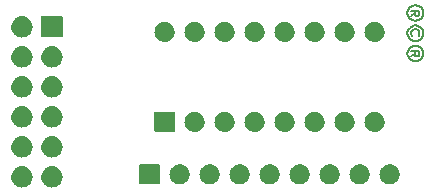
<source format=gbr>
G04 #@! TF.GenerationSoftware,KiCad,Pcbnew,5.99.0-unknown-r17121-d4cea0f2*
G04 #@! TF.CreationDate,2019-12-07T19:03:38-06:00*
G04 #@! TF.ProjectId,dip_switch_pmod,6469705f-7377-4697-9463-685f706d6f64,A*
G04 #@! TF.SameCoordinates,Original*
G04 #@! TF.FileFunction,Soldermask,Top*
G04 #@! TF.FilePolarity,Negative*
%FSLAX46Y46*%
G04 Gerber Fmt 4.6, Leading zero omitted, Abs format (unit mm)*
G04 Created by KiCad (PCBNEW 5.99.0-unknown-r17121-d4cea0f2) date 2019-12-07 19:03:38*
%MOMM*%
%LPD*%
G04 APERTURE LIST*
%ADD10C,0.150000*%
G04 APERTURE END LIST*
D10*
X161234476Y-84375809D02*
X161520190Y-84137714D01*
X161234476Y-83947238D02*
X161901142Y-83947238D01*
X161901142Y-84232952D01*
X161853523Y-84328190D01*
X161758285Y-84375809D01*
X161663047Y-84375809D01*
X161567809Y-84328190D01*
X161520190Y-84232952D01*
X161520190Y-83947238D01*
X162234476Y-84137714D02*
X162186857Y-83899619D01*
X162044000Y-83661523D01*
X161805904Y-83518666D01*
X161567809Y-83471047D01*
X161329714Y-83518666D01*
X161091619Y-83661523D01*
X160948761Y-83899619D01*
X160901142Y-84137714D01*
X160948761Y-84375809D01*
X161091619Y-84613904D01*
X161329714Y-84756761D01*
X161567809Y-84804380D01*
X161805904Y-84756761D01*
X162044000Y-84613904D01*
X162186857Y-84375809D01*
X162234476Y-84137714D01*
X161853523Y-86042476D02*
X161901142Y-85947238D01*
X161901142Y-85756761D01*
X161853523Y-85661523D01*
X161758285Y-85566285D01*
X161663047Y-85518666D01*
X161472571Y-85518666D01*
X161377333Y-85566285D01*
X161282095Y-85661523D01*
X161234476Y-85756761D01*
X161234476Y-85947238D01*
X161282095Y-86042476D01*
X162234476Y-85852000D02*
X162186857Y-85613904D01*
X162044000Y-85375809D01*
X161805904Y-85232952D01*
X161567809Y-85185333D01*
X161329714Y-85232952D01*
X161091619Y-85375809D01*
X160948761Y-85613904D01*
X160901142Y-85852000D01*
X160948761Y-86090095D01*
X161091619Y-86328190D01*
X161329714Y-86471047D01*
X161567809Y-86518666D01*
X161805904Y-86471047D01*
X162044000Y-86328190D01*
X162186857Y-86090095D01*
X162234476Y-85852000D01*
X161234476Y-87804380D02*
X161520190Y-87566285D01*
X161234476Y-87375809D02*
X161901142Y-87375809D01*
X161901142Y-87661523D01*
X161853523Y-87756761D01*
X161758285Y-87804380D01*
X161663047Y-87804380D01*
X161567809Y-87756761D01*
X161520190Y-87661523D01*
X161520190Y-87375809D01*
X162234476Y-87566285D02*
X162186857Y-87328190D01*
X162044000Y-87090095D01*
X161805904Y-86947238D01*
X161567809Y-86899619D01*
X161329714Y-86947238D01*
X161091619Y-87090095D01*
X160948761Y-87328190D01*
X160901142Y-87566285D01*
X160948761Y-87804380D01*
X161091619Y-88042476D01*
X161329714Y-88185333D01*
X161567809Y-88232952D01*
X161805904Y-88185333D01*
X162044000Y-88042476D01*
X162186857Y-87804380D01*
X162234476Y-87566285D01*
G36*
X130844902Y-97104283D02*
G01*
X130889637Y-97104595D01*
X130933460Y-97113590D01*
X130983360Y-97118835D01*
X131025132Y-97132408D01*
X131062723Y-97140124D01*
X131109851Y-97159935D01*
X131163488Y-97177363D01*
X131196099Y-97196191D01*
X131225614Y-97208598D01*
X131273301Y-97240763D01*
X131327511Y-97272061D01*
X131350826Y-97293054D01*
X131372101Y-97307404D01*
X131417183Y-97352802D01*
X131468261Y-97398793D01*
X131483003Y-97419083D01*
X131496608Y-97432784D01*
X131535643Y-97491537D01*
X131579586Y-97552019D01*
X131587221Y-97569168D01*
X131594388Y-97579955D01*
X131623865Y-97651472D01*
X131656621Y-97725042D01*
X131659211Y-97737225D01*
X131661724Y-97743323D01*
X131678292Y-97826997D01*
X131695999Y-97910301D01*
X131695999Y-98099699D01*
X131693115Y-98113269D01*
X131693030Y-98119331D01*
X131674342Y-98201585D01*
X131656621Y-98284958D01*
X131654129Y-98290555D01*
X131654078Y-98290780D01*
X131582210Y-98452197D01*
X131582078Y-98452385D01*
X131579586Y-98457981D01*
X131529480Y-98526946D01*
X131480357Y-98596582D01*
X131475585Y-98601126D01*
X131468261Y-98611207D01*
X131408396Y-98665110D01*
X131352396Y-98718438D01*
X131341464Y-98725376D01*
X131327511Y-98737939D01*
X131262764Y-98775321D01*
X131203211Y-98813114D01*
X131185209Y-98820097D01*
X131163488Y-98832637D01*
X131098115Y-98853878D01*
X131038468Y-98877014D01*
X131013200Y-98881469D01*
X130983360Y-98891165D01*
X130921095Y-98897709D01*
X130864460Y-98907695D01*
X130832459Y-98907025D01*
X130795000Y-98910962D01*
X130738902Y-98905066D01*
X130687799Y-98903996D01*
X130650323Y-98895756D01*
X130606640Y-98891165D01*
X130558917Y-98875659D01*
X130515225Y-98866052D01*
X130474230Y-98848142D01*
X130426512Y-98832637D01*
X130388473Y-98810675D01*
X130353310Y-98795313D01*
X130311337Y-98766141D01*
X130262489Y-98737939D01*
X130234504Y-98712741D01*
X130208215Y-98694470D01*
X130168257Y-98653092D01*
X130121739Y-98611207D01*
X130103296Y-98585823D01*
X130085473Y-98567366D01*
X130050821Y-98513597D01*
X130010414Y-98457981D01*
X130000212Y-98435066D01*
X129989754Y-98418839D01*
X129963789Y-98353261D01*
X129933379Y-98284958D01*
X129929476Y-98266596D01*
X129924707Y-98254551D01*
X129910740Y-98178448D01*
X129894001Y-98099699D01*
X129894001Y-98087246D01*
X129892811Y-98080762D01*
X129894001Y-97995535D01*
X129894001Y-97910301D01*
X129895275Y-97904308D01*
X129895278Y-97904077D01*
X129932015Y-97731246D01*
X129932105Y-97731036D01*
X129933379Y-97725042D01*
X129968042Y-97647188D01*
X130001622Y-97568839D01*
X130005348Y-97563397D01*
X130010414Y-97552019D01*
X130057746Y-97486872D01*
X130101452Y-97423041D01*
X130110706Y-97413979D01*
X130121739Y-97398793D01*
X130177297Y-97348769D01*
X130227693Y-97299417D01*
X130243848Y-97288846D01*
X130262489Y-97272061D01*
X130322026Y-97237687D01*
X130375551Y-97202662D01*
X130399340Y-97193050D01*
X130426512Y-97177363D01*
X130486045Y-97158019D01*
X130539376Y-97136472D01*
X130570820Y-97130474D01*
X130606640Y-97118835D01*
X130662744Y-97112938D01*
X130712945Y-97103362D01*
X130751312Y-97103630D01*
X130795000Y-97099038D01*
X130844902Y-97104283D01*
G37*
G36*
X128304902Y-97104283D02*
G01*
X128349637Y-97104595D01*
X128393460Y-97113590D01*
X128443360Y-97118835D01*
X128485132Y-97132408D01*
X128522723Y-97140124D01*
X128569851Y-97159935D01*
X128623488Y-97177363D01*
X128656099Y-97196191D01*
X128685614Y-97208598D01*
X128733301Y-97240763D01*
X128787511Y-97272061D01*
X128810826Y-97293054D01*
X128832101Y-97307404D01*
X128877183Y-97352802D01*
X128928261Y-97398793D01*
X128943003Y-97419083D01*
X128956608Y-97432784D01*
X128995643Y-97491537D01*
X129039586Y-97552019D01*
X129047221Y-97569168D01*
X129054388Y-97579955D01*
X129083865Y-97651472D01*
X129116621Y-97725042D01*
X129119211Y-97737225D01*
X129121724Y-97743323D01*
X129138292Y-97826997D01*
X129155999Y-97910301D01*
X129155999Y-98099699D01*
X129153115Y-98113269D01*
X129153030Y-98119331D01*
X129134342Y-98201585D01*
X129116621Y-98284958D01*
X129114129Y-98290555D01*
X129114078Y-98290780D01*
X129042210Y-98452197D01*
X129042078Y-98452385D01*
X129039586Y-98457981D01*
X128989480Y-98526946D01*
X128940357Y-98596582D01*
X128935585Y-98601126D01*
X128928261Y-98611207D01*
X128868396Y-98665110D01*
X128812396Y-98718438D01*
X128801464Y-98725376D01*
X128787511Y-98737939D01*
X128722764Y-98775321D01*
X128663211Y-98813114D01*
X128645209Y-98820097D01*
X128623488Y-98832637D01*
X128558115Y-98853878D01*
X128498468Y-98877014D01*
X128473200Y-98881469D01*
X128443360Y-98891165D01*
X128381095Y-98897709D01*
X128324460Y-98907695D01*
X128292459Y-98907025D01*
X128255000Y-98910962D01*
X128198902Y-98905066D01*
X128147799Y-98903996D01*
X128110323Y-98895756D01*
X128066640Y-98891165D01*
X128018917Y-98875659D01*
X127975225Y-98866052D01*
X127934230Y-98848142D01*
X127886512Y-98832637D01*
X127848473Y-98810675D01*
X127813310Y-98795313D01*
X127771337Y-98766141D01*
X127722489Y-98737939D01*
X127694504Y-98712741D01*
X127668215Y-98694470D01*
X127628257Y-98653092D01*
X127581739Y-98611207D01*
X127563296Y-98585823D01*
X127545473Y-98567366D01*
X127510821Y-98513597D01*
X127470414Y-98457981D01*
X127460212Y-98435066D01*
X127449754Y-98418839D01*
X127423789Y-98353261D01*
X127393379Y-98284958D01*
X127389476Y-98266596D01*
X127384707Y-98254551D01*
X127370740Y-98178448D01*
X127354001Y-98099699D01*
X127354001Y-98087246D01*
X127352811Y-98080762D01*
X127354001Y-97995535D01*
X127354001Y-97910301D01*
X127355275Y-97904308D01*
X127355278Y-97904077D01*
X127392015Y-97731246D01*
X127392105Y-97731036D01*
X127393379Y-97725042D01*
X127428042Y-97647188D01*
X127461622Y-97568839D01*
X127465348Y-97563397D01*
X127470414Y-97552019D01*
X127517746Y-97486872D01*
X127561452Y-97423041D01*
X127570706Y-97413979D01*
X127581739Y-97398793D01*
X127637297Y-97348769D01*
X127687693Y-97299417D01*
X127703848Y-97288846D01*
X127722489Y-97272061D01*
X127782026Y-97237687D01*
X127835551Y-97202662D01*
X127859340Y-97193050D01*
X127886512Y-97177363D01*
X127946045Y-97158019D01*
X127999376Y-97136472D01*
X128030820Y-97130474D01*
X128066640Y-97118835D01*
X128122744Y-97112938D01*
X128172945Y-97103362D01*
X128211312Y-97103630D01*
X128255000Y-97099038D01*
X128304902Y-97104283D01*
G37*
G36*
X159387976Y-96937826D02*
G01*
X159429766Y-96935782D01*
X159474056Y-96942639D01*
X159524810Y-96945476D01*
X159565163Y-96956743D01*
X159600621Y-96962232D01*
X159648204Y-96979928D01*
X159702898Y-96995199D01*
X159734622Y-97012067D01*
X159762659Y-97022494D01*
X159810757Y-97052549D01*
X159866153Y-97082004D01*
X159888968Y-97101421D01*
X159909271Y-97114108D01*
X159954641Y-97157313D01*
X160006961Y-97201841D01*
X160021463Y-97220947D01*
X160034472Y-97233335D01*
X160073616Y-97289655D01*
X160118751Y-97349118D01*
X160126302Y-97365459D01*
X160133142Y-97375301D01*
X160162508Y-97443817D01*
X160196307Y-97516965D01*
X160198885Y-97528692D01*
X160201247Y-97534202D01*
X160217429Y-97613036D01*
X160236011Y-97697551D01*
X160235345Y-97888388D01*
X160216181Y-97972738D01*
X160199443Y-98051485D01*
X160197041Y-98056982D01*
X160194381Y-98068692D01*
X160160069Y-98141609D01*
X160130227Y-98209915D01*
X160123318Y-98219709D01*
X160115655Y-98235994D01*
X160070114Y-98295130D01*
X160030570Y-98351187D01*
X160017472Y-98363487D01*
X160002840Y-98382487D01*
X159950227Y-98426635D01*
X159904544Y-98469534D01*
X159884147Y-98482082D01*
X159861199Y-98501338D01*
X159805600Y-98530405D01*
X159757293Y-98560123D01*
X159729184Y-98570354D01*
X159697341Y-98587001D01*
X159642534Y-98601892D01*
X159594831Y-98619254D01*
X159559340Y-98624495D01*
X159518911Y-98635479D01*
X159468139Y-98637962D01*
X159423803Y-98644509D01*
X159382027Y-98642174D01*
X159334233Y-98644511D01*
X159289992Y-98637028D01*
X159251189Y-98634859D01*
X159204980Y-98622650D01*
X159151923Y-98613676D01*
X159115839Y-98599097D01*
X159084035Y-98590694D01*
X159035897Y-98566799D01*
X158980488Y-98544412D01*
X158953311Y-98525804D01*
X158929182Y-98513826D01*
X158882128Y-98477063D01*
X158827926Y-98439950D01*
X158809469Y-98420295D01*
X158792950Y-98407389D01*
X158750400Y-98357393D01*
X158701354Y-98305164D01*
X158690608Y-98287138D01*
X158680896Y-98275726D01*
X158646401Y-98212981D01*
X158606678Y-98146344D01*
X158601943Y-98132111D01*
X158597610Y-98124229D01*
X158574692Y-98050192D01*
X158548314Y-97970898D01*
X158547372Y-97961934D01*
X158546486Y-97959072D01*
X158538347Y-97876068D01*
X158528987Y-97787012D01*
X158538967Y-97698044D01*
X158547687Y-97615078D01*
X158548593Y-97612220D01*
X158549598Y-97603265D01*
X158576530Y-97524153D01*
X158599963Y-97450281D01*
X158604350Y-97442432D01*
X158609184Y-97428231D01*
X158649382Y-97361857D01*
X158684304Y-97299371D01*
X158694092Y-97288031D01*
X158704967Y-97270075D01*
X158754385Y-97218181D01*
X158797273Y-97168495D01*
X158813879Y-97155707D01*
X158832477Y-97136177D01*
X158886952Y-97099433D01*
X158934250Y-97063009D01*
X158958458Y-97051202D01*
X158985765Y-97032783D01*
X159041319Y-97010787D01*
X159089633Y-96987223D01*
X159121503Y-96979040D01*
X159157679Y-96964717D01*
X159210795Y-96956114D01*
X159257088Y-96944228D01*
X159295903Y-96942330D01*
X159340199Y-96935155D01*
X159387976Y-96937826D01*
G37*
G36*
X156847976Y-96937826D02*
G01*
X156889766Y-96935782D01*
X156934056Y-96942639D01*
X156984810Y-96945476D01*
X157025163Y-96956743D01*
X157060621Y-96962232D01*
X157108204Y-96979928D01*
X157162898Y-96995199D01*
X157194622Y-97012067D01*
X157222659Y-97022494D01*
X157270757Y-97052549D01*
X157326153Y-97082004D01*
X157348968Y-97101421D01*
X157369271Y-97114108D01*
X157414641Y-97157313D01*
X157466961Y-97201841D01*
X157481463Y-97220947D01*
X157494472Y-97233335D01*
X157533616Y-97289655D01*
X157578751Y-97349118D01*
X157586302Y-97365459D01*
X157593142Y-97375301D01*
X157622508Y-97443817D01*
X157656307Y-97516965D01*
X157658885Y-97528692D01*
X157661247Y-97534202D01*
X157677429Y-97613036D01*
X157696011Y-97697551D01*
X157695345Y-97888388D01*
X157676181Y-97972738D01*
X157659443Y-98051485D01*
X157657041Y-98056982D01*
X157654381Y-98068692D01*
X157620069Y-98141609D01*
X157590227Y-98209915D01*
X157583318Y-98219709D01*
X157575655Y-98235994D01*
X157530114Y-98295130D01*
X157490570Y-98351187D01*
X157477472Y-98363487D01*
X157462840Y-98382487D01*
X157410227Y-98426635D01*
X157364544Y-98469534D01*
X157344147Y-98482082D01*
X157321199Y-98501338D01*
X157265600Y-98530405D01*
X157217293Y-98560123D01*
X157189184Y-98570354D01*
X157157341Y-98587001D01*
X157102534Y-98601892D01*
X157054831Y-98619254D01*
X157019340Y-98624495D01*
X156978911Y-98635479D01*
X156928139Y-98637962D01*
X156883803Y-98644509D01*
X156842027Y-98642174D01*
X156794233Y-98644511D01*
X156749992Y-98637028D01*
X156711189Y-98634859D01*
X156664980Y-98622650D01*
X156611923Y-98613676D01*
X156575839Y-98599097D01*
X156544035Y-98590694D01*
X156495897Y-98566799D01*
X156440488Y-98544412D01*
X156413311Y-98525804D01*
X156389182Y-98513826D01*
X156342128Y-98477063D01*
X156287926Y-98439950D01*
X156269469Y-98420295D01*
X156252950Y-98407389D01*
X156210400Y-98357393D01*
X156161354Y-98305164D01*
X156150608Y-98287138D01*
X156140896Y-98275726D01*
X156106401Y-98212981D01*
X156066678Y-98146344D01*
X156061943Y-98132111D01*
X156057610Y-98124229D01*
X156034692Y-98050192D01*
X156008314Y-97970898D01*
X156007372Y-97961934D01*
X156006486Y-97959072D01*
X155998347Y-97876068D01*
X155988987Y-97787012D01*
X155998967Y-97698044D01*
X156007687Y-97615078D01*
X156008593Y-97612220D01*
X156009598Y-97603265D01*
X156036530Y-97524153D01*
X156059963Y-97450281D01*
X156064350Y-97442432D01*
X156069184Y-97428231D01*
X156109382Y-97361857D01*
X156144304Y-97299371D01*
X156154092Y-97288031D01*
X156164967Y-97270075D01*
X156214385Y-97218181D01*
X156257273Y-97168495D01*
X156273879Y-97155707D01*
X156292477Y-97136177D01*
X156346952Y-97099433D01*
X156394250Y-97063009D01*
X156418458Y-97051202D01*
X156445765Y-97032783D01*
X156501319Y-97010787D01*
X156549633Y-96987223D01*
X156581503Y-96979040D01*
X156617679Y-96964717D01*
X156670795Y-96956114D01*
X156717088Y-96944228D01*
X156755903Y-96942330D01*
X156800199Y-96935155D01*
X156847976Y-96937826D01*
G37*
G36*
X141607976Y-96937826D02*
G01*
X141649766Y-96935782D01*
X141694056Y-96942639D01*
X141744810Y-96945476D01*
X141785163Y-96956743D01*
X141820621Y-96962232D01*
X141868204Y-96979928D01*
X141922898Y-96995199D01*
X141954622Y-97012067D01*
X141982659Y-97022494D01*
X142030757Y-97052549D01*
X142086153Y-97082004D01*
X142108968Y-97101421D01*
X142129271Y-97114108D01*
X142174641Y-97157313D01*
X142226961Y-97201841D01*
X142241463Y-97220947D01*
X142254472Y-97233335D01*
X142293616Y-97289655D01*
X142338751Y-97349118D01*
X142346302Y-97365459D01*
X142353142Y-97375301D01*
X142382508Y-97443817D01*
X142416307Y-97516965D01*
X142418885Y-97528692D01*
X142421247Y-97534202D01*
X142437429Y-97613036D01*
X142456011Y-97697551D01*
X142455345Y-97888388D01*
X142436181Y-97972738D01*
X142419443Y-98051485D01*
X142417041Y-98056982D01*
X142414381Y-98068692D01*
X142380069Y-98141609D01*
X142350227Y-98209915D01*
X142343318Y-98219709D01*
X142335655Y-98235994D01*
X142290114Y-98295130D01*
X142250570Y-98351187D01*
X142237472Y-98363487D01*
X142222840Y-98382487D01*
X142170227Y-98426635D01*
X142124544Y-98469534D01*
X142104147Y-98482082D01*
X142081199Y-98501338D01*
X142025600Y-98530405D01*
X141977293Y-98560123D01*
X141949184Y-98570354D01*
X141917341Y-98587001D01*
X141862534Y-98601892D01*
X141814831Y-98619254D01*
X141779340Y-98624495D01*
X141738911Y-98635479D01*
X141688139Y-98637962D01*
X141643803Y-98644509D01*
X141602027Y-98642174D01*
X141554233Y-98644511D01*
X141509992Y-98637028D01*
X141471189Y-98634859D01*
X141424980Y-98622650D01*
X141371923Y-98613676D01*
X141335839Y-98599097D01*
X141304035Y-98590694D01*
X141255897Y-98566799D01*
X141200488Y-98544412D01*
X141173311Y-98525804D01*
X141149182Y-98513826D01*
X141102128Y-98477063D01*
X141047926Y-98439950D01*
X141029469Y-98420295D01*
X141012950Y-98407389D01*
X140970400Y-98357393D01*
X140921354Y-98305164D01*
X140910608Y-98287138D01*
X140900896Y-98275726D01*
X140866401Y-98212981D01*
X140826678Y-98146344D01*
X140821943Y-98132111D01*
X140817610Y-98124229D01*
X140794692Y-98050192D01*
X140768314Y-97970898D01*
X140767372Y-97961934D01*
X140766486Y-97959072D01*
X140758347Y-97876068D01*
X140748987Y-97787012D01*
X140758967Y-97698044D01*
X140767687Y-97615078D01*
X140768593Y-97612220D01*
X140769598Y-97603265D01*
X140796530Y-97524153D01*
X140819963Y-97450281D01*
X140824350Y-97442432D01*
X140829184Y-97428231D01*
X140869382Y-97361857D01*
X140904304Y-97299371D01*
X140914092Y-97288031D01*
X140924967Y-97270075D01*
X140974385Y-97218181D01*
X141017273Y-97168495D01*
X141033879Y-97155707D01*
X141052477Y-97136177D01*
X141106952Y-97099433D01*
X141154250Y-97063009D01*
X141178458Y-97051202D01*
X141205765Y-97032783D01*
X141261319Y-97010787D01*
X141309633Y-96987223D01*
X141341503Y-96979040D01*
X141377679Y-96964717D01*
X141430795Y-96956114D01*
X141477088Y-96944228D01*
X141515903Y-96942330D01*
X141560199Y-96935155D01*
X141607976Y-96937826D01*
G37*
G36*
X154307976Y-96937826D02*
G01*
X154349766Y-96935782D01*
X154394056Y-96942639D01*
X154444810Y-96945476D01*
X154485163Y-96956743D01*
X154520621Y-96962232D01*
X154568204Y-96979928D01*
X154622898Y-96995199D01*
X154654622Y-97012067D01*
X154682659Y-97022494D01*
X154730757Y-97052549D01*
X154786153Y-97082004D01*
X154808968Y-97101421D01*
X154829271Y-97114108D01*
X154874641Y-97157313D01*
X154926961Y-97201841D01*
X154941463Y-97220947D01*
X154954472Y-97233335D01*
X154993616Y-97289655D01*
X155038751Y-97349118D01*
X155046302Y-97365459D01*
X155053142Y-97375301D01*
X155082508Y-97443817D01*
X155116307Y-97516965D01*
X155118885Y-97528692D01*
X155121247Y-97534202D01*
X155137429Y-97613036D01*
X155156011Y-97697551D01*
X155155345Y-97888388D01*
X155136181Y-97972738D01*
X155119443Y-98051485D01*
X155117041Y-98056982D01*
X155114381Y-98068692D01*
X155080069Y-98141609D01*
X155050227Y-98209915D01*
X155043318Y-98219709D01*
X155035655Y-98235994D01*
X154990114Y-98295130D01*
X154950570Y-98351187D01*
X154937472Y-98363487D01*
X154922840Y-98382487D01*
X154870227Y-98426635D01*
X154824544Y-98469534D01*
X154804147Y-98482082D01*
X154781199Y-98501338D01*
X154725600Y-98530405D01*
X154677293Y-98560123D01*
X154649184Y-98570354D01*
X154617341Y-98587001D01*
X154562534Y-98601892D01*
X154514831Y-98619254D01*
X154479340Y-98624495D01*
X154438911Y-98635479D01*
X154388139Y-98637962D01*
X154343803Y-98644509D01*
X154302027Y-98642174D01*
X154254233Y-98644511D01*
X154209992Y-98637028D01*
X154171189Y-98634859D01*
X154124980Y-98622650D01*
X154071923Y-98613676D01*
X154035839Y-98599097D01*
X154004035Y-98590694D01*
X153955897Y-98566799D01*
X153900488Y-98544412D01*
X153873311Y-98525804D01*
X153849182Y-98513826D01*
X153802128Y-98477063D01*
X153747926Y-98439950D01*
X153729469Y-98420295D01*
X153712950Y-98407389D01*
X153670400Y-98357393D01*
X153621354Y-98305164D01*
X153610608Y-98287138D01*
X153600896Y-98275726D01*
X153566401Y-98212981D01*
X153526678Y-98146344D01*
X153521943Y-98132111D01*
X153517610Y-98124229D01*
X153494692Y-98050192D01*
X153468314Y-97970898D01*
X153467372Y-97961934D01*
X153466486Y-97959072D01*
X153458347Y-97876068D01*
X153448987Y-97787012D01*
X153458967Y-97698044D01*
X153467687Y-97615078D01*
X153468593Y-97612220D01*
X153469598Y-97603265D01*
X153496530Y-97524153D01*
X153519963Y-97450281D01*
X153524350Y-97442432D01*
X153529184Y-97428231D01*
X153569382Y-97361857D01*
X153604304Y-97299371D01*
X153614092Y-97288031D01*
X153624967Y-97270075D01*
X153674385Y-97218181D01*
X153717273Y-97168495D01*
X153733879Y-97155707D01*
X153752477Y-97136177D01*
X153806952Y-97099433D01*
X153854250Y-97063009D01*
X153878458Y-97051202D01*
X153905765Y-97032783D01*
X153961319Y-97010787D01*
X154009633Y-96987223D01*
X154041503Y-96979040D01*
X154077679Y-96964717D01*
X154130795Y-96956114D01*
X154177088Y-96944228D01*
X154215903Y-96942330D01*
X154260199Y-96935155D01*
X154307976Y-96937826D01*
G37*
G36*
X144147976Y-96937826D02*
G01*
X144189766Y-96935782D01*
X144234056Y-96942639D01*
X144284810Y-96945476D01*
X144325163Y-96956743D01*
X144360621Y-96962232D01*
X144408204Y-96979928D01*
X144462898Y-96995199D01*
X144494622Y-97012067D01*
X144522659Y-97022494D01*
X144570757Y-97052549D01*
X144626153Y-97082004D01*
X144648968Y-97101421D01*
X144669271Y-97114108D01*
X144714641Y-97157313D01*
X144766961Y-97201841D01*
X144781463Y-97220947D01*
X144794472Y-97233335D01*
X144833616Y-97289655D01*
X144878751Y-97349118D01*
X144886302Y-97365459D01*
X144893142Y-97375301D01*
X144922508Y-97443817D01*
X144956307Y-97516965D01*
X144958885Y-97528692D01*
X144961247Y-97534202D01*
X144977429Y-97613036D01*
X144996011Y-97697551D01*
X144995345Y-97888388D01*
X144976181Y-97972738D01*
X144959443Y-98051485D01*
X144957041Y-98056982D01*
X144954381Y-98068692D01*
X144920069Y-98141609D01*
X144890227Y-98209915D01*
X144883318Y-98219709D01*
X144875655Y-98235994D01*
X144830114Y-98295130D01*
X144790570Y-98351187D01*
X144777472Y-98363487D01*
X144762840Y-98382487D01*
X144710227Y-98426635D01*
X144664544Y-98469534D01*
X144644147Y-98482082D01*
X144621199Y-98501338D01*
X144565600Y-98530405D01*
X144517293Y-98560123D01*
X144489184Y-98570354D01*
X144457341Y-98587001D01*
X144402534Y-98601892D01*
X144354831Y-98619254D01*
X144319340Y-98624495D01*
X144278911Y-98635479D01*
X144228139Y-98637962D01*
X144183803Y-98644509D01*
X144142027Y-98642174D01*
X144094233Y-98644511D01*
X144049992Y-98637028D01*
X144011189Y-98634859D01*
X143964980Y-98622650D01*
X143911923Y-98613676D01*
X143875839Y-98599097D01*
X143844035Y-98590694D01*
X143795897Y-98566799D01*
X143740488Y-98544412D01*
X143713311Y-98525804D01*
X143689182Y-98513826D01*
X143642128Y-98477063D01*
X143587926Y-98439950D01*
X143569469Y-98420295D01*
X143552950Y-98407389D01*
X143510400Y-98357393D01*
X143461354Y-98305164D01*
X143450608Y-98287138D01*
X143440896Y-98275726D01*
X143406401Y-98212981D01*
X143366678Y-98146344D01*
X143361943Y-98132111D01*
X143357610Y-98124229D01*
X143334692Y-98050192D01*
X143308314Y-97970898D01*
X143307372Y-97961934D01*
X143306486Y-97959072D01*
X143298347Y-97876068D01*
X143288987Y-97787012D01*
X143298967Y-97698044D01*
X143307687Y-97615078D01*
X143308593Y-97612220D01*
X143309598Y-97603265D01*
X143336530Y-97524153D01*
X143359963Y-97450281D01*
X143364350Y-97442432D01*
X143369184Y-97428231D01*
X143409382Y-97361857D01*
X143444304Y-97299371D01*
X143454092Y-97288031D01*
X143464967Y-97270075D01*
X143514385Y-97218181D01*
X143557273Y-97168495D01*
X143573879Y-97155707D01*
X143592477Y-97136177D01*
X143646952Y-97099433D01*
X143694250Y-97063009D01*
X143718458Y-97051202D01*
X143745765Y-97032783D01*
X143801319Y-97010787D01*
X143849633Y-96987223D01*
X143881503Y-96979040D01*
X143917679Y-96964717D01*
X143970795Y-96956114D01*
X144017088Y-96944228D01*
X144055903Y-96942330D01*
X144100199Y-96935155D01*
X144147976Y-96937826D01*
G37*
G36*
X151767976Y-96937826D02*
G01*
X151809766Y-96935782D01*
X151854056Y-96942639D01*
X151904810Y-96945476D01*
X151945163Y-96956743D01*
X151980621Y-96962232D01*
X152028204Y-96979928D01*
X152082898Y-96995199D01*
X152114622Y-97012067D01*
X152142659Y-97022494D01*
X152190757Y-97052549D01*
X152246153Y-97082004D01*
X152268968Y-97101421D01*
X152289271Y-97114108D01*
X152334641Y-97157313D01*
X152386961Y-97201841D01*
X152401463Y-97220947D01*
X152414472Y-97233335D01*
X152453616Y-97289655D01*
X152498751Y-97349118D01*
X152506302Y-97365459D01*
X152513142Y-97375301D01*
X152542508Y-97443817D01*
X152576307Y-97516965D01*
X152578885Y-97528692D01*
X152581247Y-97534202D01*
X152597429Y-97613036D01*
X152616011Y-97697551D01*
X152615345Y-97888388D01*
X152596181Y-97972738D01*
X152579443Y-98051485D01*
X152577041Y-98056982D01*
X152574381Y-98068692D01*
X152540069Y-98141609D01*
X152510227Y-98209915D01*
X152503318Y-98219709D01*
X152495655Y-98235994D01*
X152450114Y-98295130D01*
X152410570Y-98351187D01*
X152397472Y-98363487D01*
X152382840Y-98382487D01*
X152330227Y-98426635D01*
X152284544Y-98469534D01*
X152264147Y-98482082D01*
X152241199Y-98501338D01*
X152185600Y-98530405D01*
X152137293Y-98560123D01*
X152109184Y-98570354D01*
X152077341Y-98587001D01*
X152022534Y-98601892D01*
X151974831Y-98619254D01*
X151939340Y-98624495D01*
X151898911Y-98635479D01*
X151848139Y-98637962D01*
X151803803Y-98644509D01*
X151762027Y-98642174D01*
X151714233Y-98644511D01*
X151669992Y-98637028D01*
X151631189Y-98634859D01*
X151584980Y-98622650D01*
X151531923Y-98613676D01*
X151495839Y-98599097D01*
X151464035Y-98590694D01*
X151415897Y-98566799D01*
X151360488Y-98544412D01*
X151333311Y-98525804D01*
X151309182Y-98513826D01*
X151262128Y-98477063D01*
X151207926Y-98439950D01*
X151189469Y-98420295D01*
X151172950Y-98407389D01*
X151130400Y-98357393D01*
X151081354Y-98305164D01*
X151070608Y-98287138D01*
X151060896Y-98275726D01*
X151026401Y-98212981D01*
X150986678Y-98146344D01*
X150981943Y-98132111D01*
X150977610Y-98124229D01*
X150954692Y-98050192D01*
X150928314Y-97970898D01*
X150927372Y-97961934D01*
X150926486Y-97959072D01*
X150918347Y-97876068D01*
X150908987Y-97787012D01*
X150918967Y-97698044D01*
X150927687Y-97615078D01*
X150928593Y-97612220D01*
X150929598Y-97603265D01*
X150956530Y-97524153D01*
X150979963Y-97450281D01*
X150984350Y-97442432D01*
X150989184Y-97428231D01*
X151029382Y-97361857D01*
X151064304Y-97299371D01*
X151074092Y-97288031D01*
X151084967Y-97270075D01*
X151134385Y-97218181D01*
X151177273Y-97168495D01*
X151193879Y-97155707D01*
X151212477Y-97136177D01*
X151266952Y-97099433D01*
X151314250Y-97063009D01*
X151338458Y-97051202D01*
X151365765Y-97032783D01*
X151421319Y-97010787D01*
X151469633Y-96987223D01*
X151501503Y-96979040D01*
X151537679Y-96964717D01*
X151590795Y-96956114D01*
X151637088Y-96944228D01*
X151675903Y-96942330D01*
X151720199Y-96935155D01*
X151767976Y-96937826D01*
G37*
G36*
X146687976Y-96937826D02*
G01*
X146729766Y-96935782D01*
X146774056Y-96942639D01*
X146824810Y-96945476D01*
X146865163Y-96956743D01*
X146900621Y-96962232D01*
X146948204Y-96979928D01*
X147002898Y-96995199D01*
X147034622Y-97012067D01*
X147062659Y-97022494D01*
X147110757Y-97052549D01*
X147166153Y-97082004D01*
X147188968Y-97101421D01*
X147209271Y-97114108D01*
X147254641Y-97157313D01*
X147306961Y-97201841D01*
X147321463Y-97220947D01*
X147334472Y-97233335D01*
X147373616Y-97289655D01*
X147418751Y-97349118D01*
X147426302Y-97365459D01*
X147433142Y-97375301D01*
X147462508Y-97443817D01*
X147496307Y-97516965D01*
X147498885Y-97528692D01*
X147501247Y-97534202D01*
X147517429Y-97613036D01*
X147536011Y-97697551D01*
X147535345Y-97888388D01*
X147516181Y-97972738D01*
X147499443Y-98051485D01*
X147497041Y-98056982D01*
X147494381Y-98068692D01*
X147460069Y-98141609D01*
X147430227Y-98209915D01*
X147423318Y-98219709D01*
X147415655Y-98235994D01*
X147370114Y-98295130D01*
X147330570Y-98351187D01*
X147317472Y-98363487D01*
X147302840Y-98382487D01*
X147250227Y-98426635D01*
X147204544Y-98469534D01*
X147184147Y-98482082D01*
X147161199Y-98501338D01*
X147105600Y-98530405D01*
X147057293Y-98560123D01*
X147029184Y-98570354D01*
X146997341Y-98587001D01*
X146942534Y-98601892D01*
X146894831Y-98619254D01*
X146859340Y-98624495D01*
X146818911Y-98635479D01*
X146768139Y-98637962D01*
X146723803Y-98644509D01*
X146682027Y-98642174D01*
X146634233Y-98644511D01*
X146589992Y-98637028D01*
X146551189Y-98634859D01*
X146504980Y-98622650D01*
X146451923Y-98613676D01*
X146415839Y-98599097D01*
X146384035Y-98590694D01*
X146335897Y-98566799D01*
X146280488Y-98544412D01*
X146253311Y-98525804D01*
X146229182Y-98513826D01*
X146182128Y-98477063D01*
X146127926Y-98439950D01*
X146109469Y-98420295D01*
X146092950Y-98407389D01*
X146050400Y-98357393D01*
X146001354Y-98305164D01*
X145990608Y-98287138D01*
X145980896Y-98275726D01*
X145946401Y-98212981D01*
X145906678Y-98146344D01*
X145901943Y-98132111D01*
X145897610Y-98124229D01*
X145874692Y-98050192D01*
X145848314Y-97970898D01*
X145847372Y-97961934D01*
X145846486Y-97959072D01*
X145838347Y-97876068D01*
X145828987Y-97787012D01*
X145838967Y-97698044D01*
X145847687Y-97615078D01*
X145848593Y-97612220D01*
X145849598Y-97603265D01*
X145876530Y-97524153D01*
X145899963Y-97450281D01*
X145904350Y-97442432D01*
X145909184Y-97428231D01*
X145949382Y-97361857D01*
X145984304Y-97299371D01*
X145994092Y-97288031D01*
X146004967Y-97270075D01*
X146054385Y-97218181D01*
X146097273Y-97168495D01*
X146113879Y-97155707D01*
X146132477Y-97136177D01*
X146186952Y-97099433D01*
X146234250Y-97063009D01*
X146258458Y-97051202D01*
X146285765Y-97032783D01*
X146341319Y-97010787D01*
X146389633Y-96987223D01*
X146421503Y-96979040D01*
X146457679Y-96964717D01*
X146510795Y-96956114D01*
X146557088Y-96944228D01*
X146595903Y-96942330D01*
X146640199Y-96935155D01*
X146687976Y-96937826D01*
G37*
G36*
X149227976Y-96937826D02*
G01*
X149269766Y-96935782D01*
X149314056Y-96942639D01*
X149364810Y-96945476D01*
X149405163Y-96956743D01*
X149440621Y-96962232D01*
X149488204Y-96979928D01*
X149542898Y-96995199D01*
X149574622Y-97012067D01*
X149602659Y-97022494D01*
X149650757Y-97052549D01*
X149706153Y-97082004D01*
X149728968Y-97101421D01*
X149749271Y-97114108D01*
X149794641Y-97157313D01*
X149846961Y-97201841D01*
X149861463Y-97220947D01*
X149874472Y-97233335D01*
X149913616Y-97289655D01*
X149958751Y-97349118D01*
X149966302Y-97365459D01*
X149973142Y-97375301D01*
X150002508Y-97443817D01*
X150036307Y-97516965D01*
X150038885Y-97528692D01*
X150041247Y-97534202D01*
X150057429Y-97613036D01*
X150076011Y-97697551D01*
X150075345Y-97888388D01*
X150056181Y-97972738D01*
X150039443Y-98051485D01*
X150037041Y-98056982D01*
X150034381Y-98068692D01*
X150000069Y-98141609D01*
X149970227Y-98209915D01*
X149963318Y-98219709D01*
X149955655Y-98235994D01*
X149910114Y-98295130D01*
X149870570Y-98351187D01*
X149857472Y-98363487D01*
X149842840Y-98382487D01*
X149790227Y-98426635D01*
X149744544Y-98469534D01*
X149724147Y-98482082D01*
X149701199Y-98501338D01*
X149645600Y-98530405D01*
X149597293Y-98560123D01*
X149569184Y-98570354D01*
X149537341Y-98587001D01*
X149482534Y-98601892D01*
X149434831Y-98619254D01*
X149399340Y-98624495D01*
X149358911Y-98635479D01*
X149308139Y-98637962D01*
X149263803Y-98644509D01*
X149222027Y-98642174D01*
X149174233Y-98644511D01*
X149129992Y-98637028D01*
X149091189Y-98634859D01*
X149044980Y-98622650D01*
X148991923Y-98613676D01*
X148955839Y-98599097D01*
X148924035Y-98590694D01*
X148875897Y-98566799D01*
X148820488Y-98544412D01*
X148793311Y-98525804D01*
X148769182Y-98513826D01*
X148722128Y-98477063D01*
X148667926Y-98439950D01*
X148649469Y-98420295D01*
X148632950Y-98407389D01*
X148590400Y-98357393D01*
X148541354Y-98305164D01*
X148530608Y-98287138D01*
X148520896Y-98275726D01*
X148486401Y-98212981D01*
X148446678Y-98146344D01*
X148441943Y-98132111D01*
X148437610Y-98124229D01*
X148414692Y-98050192D01*
X148388314Y-97970898D01*
X148387372Y-97961934D01*
X148386486Y-97959072D01*
X148378347Y-97876068D01*
X148368987Y-97787012D01*
X148378967Y-97698044D01*
X148387687Y-97615078D01*
X148388593Y-97612220D01*
X148389598Y-97603265D01*
X148416530Y-97524153D01*
X148439963Y-97450281D01*
X148444350Y-97442432D01*
X148449184Y-97428231D01*
X148489382Y-97361857D01*
X148524304Y-97299371D01*
X148534092Y-97288031D01*
X148544967Y-97270075D01*
X148594385Y-97218181D01*
X148637273Y-97168495D01*
X148653879Y-97155707D01*
X148672477Y-97136177D01*
X148726952Y-97099433D01*
X148774250Y-97063009D01*
X148798458Y-97051202D01*
X148825765Y-97032783D01*
X148881319Y-97010787D01*
X148929633Y-96987223D01*
X148961503Y-96979040D01*
X148997679Y-96964717D01*
X149050795Y-96956114D01*
X149097088Y-96944228D01*
X149135903Y-96942330D01*
X149180199Y-96935155D01*
X149227976Y-96937826D01*
G37*
G36*
X139884899Y-96941959D02*
G01*
X139901769Y-96953231D01*
X139913041Y-96970101D01*
X139919448Y-97002312D01*
X139919448Y-98577688D01*
X139916999Y-98590000D01*
X139913041Y-98609899D01*
X139901769Y-98626769D01*
X139884899Y-98638041D01*
X139865000Y-98641999D01*
X139852688Y-98644448D01*
X138277312Y-98644448D01*
X138245101Y-98638041D01*
X138228231Y-98626769D01*
X138216959Y-98609899D01*
X138210552Y-98577688D01*
X138210552Y-97002312D01*
X138216959Y-96970101D01*
X138228231Y-96953231D01*
X138245101Y-96941959D01*
X138277312Y-96935552D01*
X139852688Y-96935552D01*
X139884899Y-96941959D01*
G37*
G36*
X128304902Y-94564283D02*
G01*
X128349637Y-94564595D01*
X128393460Y-94573590D01*
X128443360Y-94578835D01*
X128485132Y-94592408D01*
X128522723Y-94600124D01*
X128569851Y-94619935D01*
X128623488Y-94637363D01*
X128656099Y-94656191D01*
X128685614Y-94668598D01*
X128733301Y-94700763D01*
X128787511Y-94732061D01*
X128810826Y-94753054D01*
X128832101Y-94767404D01*
X128877183Y-94812802D01*
X128928261Y-94858793D01*
X128943003Y-94879083D01*
X128956608Y-94892784D01*
X128995643Y-94951537D01*
X129039586Y-95012019D01*
X129047221Y-95029168D01*
X129054388Y-95039955D01*
X129083865Y-95111472D01*
X129116621Y-95185042D01*
X129119211Y-95197225D01*
X129121724Y-95203323D01*
X129138292Y-95286997D01*
X129155999Y-95370301D01*
X129155999Y-95559699D01*
X129153115Y-95573269D01*
X129153030Y-95579331D01*
X129134342Y-95661585D01*
X129116621Y-95744958D01*
X129114129Y-95750555D01*
X129114078Y-95750780D01*
X129042210Y-95912197D01*
X129042078Y-95912385D01*
X129039586Y-95917981D01*
X128989480Y-95986946D01*
X128940357Y-96056582D01*
X128935585Y-96061126D01*
X128928261Y-96071207D01*
X128868396Y-96125110D01*
X128812396Y-96178438D01*
X128801464Y-96185376D01*
X128787511Y-96197939D01*
X128722764Y-96235321D01*
X128663211Y-96273114D01*
X128645209Y-96280097D01*
X128623488Y-96292637D01*
X128558115Y-96313878D01*
X128498468Y-96337014D01*
X128473200Y-96341469D01*
X128443360Y-96351165D01*
X128381095Y-96357709D01*
X128324460Y-96367695D01*
X128292459Y-96367025D01*
X128255000Y-96370962D01*
X128198902Y-96365066D01*
X128147799Y-96363996D01*
X128110323Y-96355756D01*
X128066640Y-96351165D01*
X128018917Y-96335659D01*
X127975225Y-96326052D01*
X127934230Y-96308142D01*
X127886512Y-96292637D01*
X127848473Y-96270675D01*
X127813310Y-96255313D01*
X127771337Y-96226141D01*
X127722489Y-96197939D01*
X127694504Y-96172741D01*
X127668215Y-96154470D01*
X127628257Y-96113092D01*
X127581739Y-96071207D01*
X127563296Y-96045823D01*
X127545473Y-96027366D01*
X127510821Y-95973597D01*
X127470414Y-95917981D01*
X127460212Y-95895066D01*
X127449754Y-95878839D01*
X127423789Y-95813261D01*
X127393379Y-95744958D01*
X127389476Y-95726596D01*
X127384707Y-95714551D01*
X127370740Y-95638448D01*
X127354001Y-95559699D01*
X127354001Y-95547246D01*
X127352811Y-95540762D01*
X127354001Y-95455535D01*
X127354001Y-95370301D01*
X127355275Y-95364308D01*
X127355278Y-95364077D01*
X127392015Y-95191246D01*
X127392105Y-95191036D01*
X127393379Y-95185042D01*
X127428042Y-95107188D01*
X127461622Y-95028839D01*
X127465348Y-95023397D01*
X127470414Y-95012019D01*
X127517746Y-94946872D01*
X127561452Y-94883041D01*
X127570706Y-94873979D01*
X127581739Y-94858793D01*
X127637297Y-94808769D01*
X127687693Y-94759417D01*
X127703848Y-94748846D01*
X127722489Y-94732061D01*
X127782026Y-94697687D01*
X127835551Y-94662662D01*
X127859340Y-94653050D01*
X127886512Y-94637363D01*
X127946045Y-94618019D01*
X127999376Y-94596472D01*
X128030820Y-94590474D01*
X128066640Y-94578835D01*
X128122744Y-94572938D01*
X128172945Y-94563362D01*
X128211312Y-94563630D01*
X128255000Y-94559038D01*
X128304902Y-94564283D01*
G37*
G36*
X130844902Y-94564283D02*
G01*
X130889637Y-94564595D01*
X130933460Y-94573590D01*
X130983360Y-94578835D01*
X131025132Y-94592408D01*
X131062723Y-94600124D01*
X131109851Y-94619935D01*
X131163488Y-94637363D01*
X131196099Y-94656191D01*
X131225614Y-94668598D01*
X131273301Y-94700763D01*
X131327511Y-94732061D01*
X131350826Y-94753054D01*
X131372101Y-94767404D01*
X131417183Y-94812802D01*
X131468261Y-94858793D01*
X131483003Y-94879083D01*
X131496608Y-94892784D01*
X131535643Y-94951537D01*
X131579586Y-95012019D01*
X131587221Y-95029168D01*
X131594388Y-95039955D01*
X131623865Y-95111472D01*
X131656621Y-95185042D01*
X131659211Y-95197225D01*
X131661724Y-95203323D01*
X131678292Y-95286997D01*
X131695999Y-95370301D01*
X131695999Y-95559699D01*
X131693115Y-95573269D01*
X131693030Y-95579331D01*
X131674342Y-95661585D01*
X131656621Y-95744958D01*
X131654129Y-95750555D01*
X131654078Y-95750780D01*
X131582210Y-95912197D01*
X131582078Y-95912385D01*
X131579586Y-95917981D01*
X131529480Y-95986946D01*
X131480357Y-96056582D01*
X131475585Y-96061126D01*
X131468261Y-96071207D01*
X131408396Y-96125110D01*
X131352396Y-96178438D01*
X131341464Y-96185376D01*
X131327511Y-96197939D01*
X131262764Y-96235321D01*
X131203211Y-96273114D01*
X131185209Y-96280097D01*
X131163488Y-96292637D01*
X131098115Y-96313878D01*
X131038468Y-96337014D01*
X131013200Y-96341469D01*
X130983360Y-96351165D01*
X130921095Y-96357709D01*
X130864460Y-96367695D01*
X130832459Y-96367025D01*
X130795000Y-96370962D01*
X130738902Y-96365066D01*
X130687799Y-96363996D01*
X130650323Y-96355756D01*
X130606640Y-96351165D01*
X130558917Y-96335659D01*
X130515225Y-96326052D01*
X130474230Y-96308142D01*
X130426512Y-96292637D01*
X130388473Y-96270675D01*
X130353310Y-96255313D01*
X130311337Y-96226141D01*
X130262489Y-96197939D01*
X130234504Y-96172741D01*
X130208215Y-96154470D01*
X130168257Y-96113092D01*
X130121739Y-96071207D01*
X130103296Y-96045823D01*
X130085473Y-96027366D01*
X130050821Y-95973597D01*
X130010414Y-95917981D01*
X130000212Y-95895066D01*
X129989754Y-95878839D01*
X129963789Y-95813261D01*
X129933379Y-95744958D01*
X129929476Y-95726596D01*
X129924707Y-95714551D01*
X129910740Y-95638448D01*
X129894001Y-95559699D01*
X129894001Y-95547246D01*
X129892811Y-95540762D01*
X129894001Y-95455535D01*
X129894001Y-95370301D01*
X129895275Y-95364308D01*
X129895278Y-95364077D01*
X129932015Y-95191246D01*
X129932105Y-95191036D01*
X129933379Y-95185042D01*
X129968042Y-95107188D01*
X130001622Y-95028839D01*
X130005348Y-95023397D01*
X130010414Y-95012019D01*
X130057746Y-94946872D01*
X130101452Y-94883041D01*
X130110706Y-94873979D01*
X130121739Y-94858793D01*
X130177297Y-94808769D01*
X130227693Y-94759417D01*
X130243848Y-94748846D01*
X130262489Y-94732061D01*
X130322026Y-94697687D01*
X130375551Y-94662662D01*
X130399340Y-94653050D01*
X130426512Y-94637363D01*
X130486045Y-94618019D01*
X130539376Y-94596472D01*
X130570820Y-94590474D01*
X130606640Y-94578835D01*
X130662744Y-94572938D01*
X130712945Y-94563362D01*
X130751312Y-94563630D01*
X130795000Y-94559038D01*
X130844902Y-94564283D01*
G37*
G36*
X150497976Y-92492826D02*
G01*
X150539766Y-92490782D01*
X150584056Y-92497639D01*
X150634810Y-92500476D01*
X150675163Y-92511743D01*
X150710621Y-92517232D01*
X150758204Y-92534928D01*
X150812898Y-92550199D01*
X150844622Y-92567067D01*
X150872659Y-92577494D01*
X150920757Y-92607549D01*
X150976153Y-92637004D01*
X150998968Y-92656421D01*
X151019271Y-92669108D01*
X151064641Y-92712313D01*
X151116961Y-92756841D01*
X151131463Y-92775947D01*
X151144472Y-92788335D01*
X151183616Y-92844655D01*
X151228751Y-92904118D01*
X151236302Y-92920459D01*
X151243142Y-92930301D01*
X151272508Y-92998817D01*
X151306307Y-93071965D01*
X151308885Y-93083692D01*
X151311247Y-93089202D01*
X151327429Y-93168036D01*
X151346011Y-93252551D01*
X151345345Y-93443388D01*
X151326181Y-93527738D01*
X151309443Y-93606485D01*
X151307041Y-93611982D01*
X151304381Y-93623692D01*
X151270069Y-93696609D01*
X151240227Y-93764915D01*
X151233318Y-93774709D01*
X151225655Y-93790994D01*
X151180114Y-93850130D01*
X151140570Y-93906187D01*
X151127472Y-93918487D01*
X151112840Y-93937487D01*
X151060227Y-93981635D01*
X151014544Y-94024534D01*
X150994147Y-94037082D01*
X150971199Y-94056338D01*
X150915600Y-94085405D01*
X150867293Y-94115123D01*
X150839184Y-94125354D01*
X150807341Y-94142001D01*
X150752534Y-94156892D01*
X150704831Y-94174254D01*
X150669340Y-94179495D01*
X150628911Y-94190479D01*
X150578139Y-94192962D01*
X150533803Y-94199509D01*
X150492027Y-94197174D01*
X150444233Y-94199511D01*
X150399992Y-94192028D01*
X150361189Y-94189859D01*
X150314980Y-94177650D01*
X150261923Y-94168676D01*
X150225839Y-94154097D01*
X150194035Y-94145694D01*
X150145897Y-94121799D01*
X150090488Y-94099412D01*
X150063311Y-94080804D01*
X150039182Y-94068826D01*
X149992128Y-94032063D01*
X149937926Y-93994950D01*
X149919469Y-93975295D01*
X149902950Y-93962389D01*
X149860400Y-93912393D01*
X149811354Y-93860164D01*
X149800608Y-93842138D01*
X149790896Y-93830726D01*
X149756401Y-93767981D01*
X149716678Y-93701344D01*
X149711943Y-93687111D01*
X149707610Y-93679229D01*
X149684692Y-93605192D01*
X149658314Y-93525898D01*
X149657372Y-93516934D01*
X149656486Y-93514072D01*
X149648347Y-93431068D01*
X149638987Y-93342012D01*
X149648967Y-93253044D01*
X149657687Y-93170078D01*
X149658593Y-93167220D01*
X149659598Y-93158265D01*
X149686530Y-93079153D01*
X149709963Y-93005281D01*
X149714350Y-92997432D01*
X149719184Y-92983231D01*
X149759382Y-92916857D01*
X149794304Y-92854371D01*
X149804092Y-92843031D01*
X149814967Y-92825075D01*
X149864385Y-92773181D01*
X149907273Y-92723495D01*
X149923879Y-92710707D01*
X149942477Y-92691177D01*
X149996952Y-92654433D01*
X150044250Y-92618009D01*
X150068458Y-92606202D01*
X150095765Y-92587783D01*
X150151319Y-92565787D01*
X150199633Y-92542223D01*
X150231503Y-92534040D01*
X150267679Y-92519717D01*
X150320795Y-92511114D01*
X150367088Y-92499228D01*
X150405903Y-92497330D01*
X150450199Y-92490155D01*
X150497976Y-92492826D01*
G37*
G36*
X142877976Y-92492826D02*
G01*
X142919766Y-92490782D01*
X142964056Y-92497639D01*
X143014810Y-92500476D01*
X143055163Y-92511743D01*
X143090621Y-92517232D01*
X143138204Y-92534928D01*
X143192898Y-92550199D01*
X143224622Y-92567067D01*
X143252659Y-92577494D01*
X143300757Y-92607549D01*
X143356153Y-92637004D01*
X143378968Y-92656421D01*
X143399271Y-92669108D01*
X143444641Y-92712313D01*
X143496961Y-92756841D01*
X143511463Y-92775947D01*
X143524472Y-92788335D01*
X143563616Y-92844655D01*
X143608751Y-92904118D01*
X143616302Y-92920459D01*
X143623142Y-92930301D01*
X143652508Y-92998817D01*
X143686307Y-93071965D01*
X143688885Y-93083692D01*
X143691247Y-93089202D01*
X143707429Y-93168036D01*
X143726011Y-93252551D01*
X143725345Y-93443388D01*
X143706181Y-93527738D01*
X143689443Y-93606485D01*
X143687041Y-93611982D01*
X143684381Y-93623692D01*
X143650069Y-93696609D01*
X143620227Y-93764915D01*
X143613318Y-93774709D01*
X143605655Y-93790994D01*
X143560114Y-93850130D01*
X143520570Y-93906187D01*
X143507472Y-93918487D01*
X143492840Y-93937487D01*
X143440227Y-93981635D01*
X143394544Y-94024534D01*
X143374147Y-94037082D01*
X143351199Y-94056338D01*
X143295600Y-94085405D01*
X143247293Y-94115123D01*
X143219184Y-94125354D01*
X143187341Y-94142001D01*
X143132534Y-94156892D01*
X143084831Y-94174254D01*
X143049340Y-94179495D01*
X143008911Y-94190479D01*
X142958139Y-94192962D01*
X142913803Y-94199509D01*
X142872027Y-94197174D01*
X142824233Y-94199511D01*
X142779992Y-94192028D01*
X142741189Y-94189859D01*
X142694980Y-94177650D01*
X142641923Y-94168676D01*
X142605839Y-94154097D01*
X142574035Y-94145694D01*
X142525897Y-94121799D01*
X142470488Y-94099412D01*
X142443311Y-94080804D01*
X142419182Y-94068826D01*
X142372128Y-94032063D01*
X142317926Y-93994950D01*
X142299469Y-93975295D01*
X142282950Y-93962389D01*
X142240400Y-93912393D01*
X142191354Y-93860164D01*
X142180608Y-93842138D01*
X142170896Y-93830726D01*
X142136401Y-93767981D01*
X142096678Y-93701344D01*
X142091943Y-93687111D01*
X142087610Y-93679229D01*
X142064692Y-93605192D01*
X142038314Y-93525898D01*
X142037372Y-93516934D01*
X142036486Y-93514072D01*
X142028347Y-93431068D01*
X142018987Y-93342012D01*
X142028967Y-93253044D01*
X142037687Y-93170078D01*
X142038593Y-93167220D01*
X142039598Y-93158265D01*
X142066530Y-93079153D01*
X142089963Y-93005281D01*
X142094350Y-92997432D01*
X142099184Y-92983231D01*
X142139382Y-92916857D01*
X142174304Y-92854371D01*
X142184092Y-92843031D01*
X142194967Y-92825075D01*
X142244385Y-92773181D01*
X142287273Y-92723495D01*
X142303879Y-92710707D01*
X142322477Y-92691177D01*
X142376952Y-92654433D01*
X142424250Y-92618009D01*
X142448458Y-92606202D01*
X142475765Y-92587783D01*
X142531319Y-92565787D01*
X142579633Y-92542223D01*
X142611503Y-92534040D01*
X142647679Y-92519717D01*
X142700795Y-92511114D01*
X142747088Y-92499228D01*
X142785903Y-92497330D01*
X142830199Y-92490155D01*
X142877976Y-92492826D01*
G37*
G36*
X153037976Y-92492826D02*
G01*
X153079766Y-92490782D01*
X153124056Y-92497639D01*
X153174810Y-92500476D01*
X153215163Y-92511743D01*
X153250621Y-92517232D01*
X153298204Y-92534928D01*
X153352898Y-92550199D01*
X153384622Y-92567067D01*
X153412659Y-92577494D01*
X153460757Y-92607549D01*
X153516153Y-92637004D01*
X153538968Y-92656421D01*
X153559271Y-92669108D01*
X153604641Y-92712313D01*
X153656961Y-92756841D01*
X153671463Y-92775947D01*
X153684472Y-92788335D01*
X153723616Y-92844655D01*
X153768751Y-92904118D01*
X153776302Y-92920459D01*
X153783142Y-92930301D01*
X153812508Y-92998817D01*
X153846307Y-93071965D01*
X153848885Y-93083692D01*
X153851247Y-93089202D01*
X153867429Y-93168036D01*
X153886011Y-93252551D01*
X153885345Y-93443388D01*
X153866181Y-93527738D01*
X153849443Y-93606485D01*
X153847041Y-93611982D01*
X153844381Y-93623692D01*
X153810069Y-93696609D01*
X153780227Y-93764915D01*
X153773318Y-93774709D01*
X153765655Y-93790994D01*
X153720114Y-93850130D01*
X153680570Y-93906187D01*
X153667472Y-93918487D01*
X153652840Y-93937487D01*
X153600227Y-93981635D01*
X153554544Y-94024534D01*
X153534147Y-94037082D01*
X153511199Y-94056338D01*
X153455600Y-94085405D01*
X153407293Y-94115123D01*
X153379184Y-94125354D01*
X153347341Y-94142001D01*
X153292534Y-94156892D01*
X153244831Y-94174254D01*
X153209340Y-94179495D01*
X153168911Y-94190479D01*
X153118139Y-94192962D01*
X153073803Y-94199509D01*
X153032027Y-94197174D01*
X152984233Y-94199511D01*
X152939992Y-94192028D01*
X152901189Y-94189859D01*
X152854980Y-94177650D01*
X152801923Y-94168676D01*
X152765839Y-94154097D01*
X152734035Y-94145694D01*
X152685897Y-94121799D01*
X152630488Y-94099412D01*
X152603311Y-94080804D01*
X152579182Y-94068826D01*
X152532128Y-94032063D01*
X152477926Y-93994950D01*
X152459469Y-93975295D01*
X152442950Y-93962389D01*
X152400400Y-93912393D01*
X152351354Y-93860164D01*
X152340608Y-93842138D01*
X152330896Y-93830726D01*
X152296401Y-93767981D01*
X152256678Y-93701344D01*
X152251943Y-93687111D01*
X152247610Y-93679229D01*
X152224692Y-93605192D01*
X152198314Y-93525898D01*
X152197372Y-93516934D01*
X152196486Y-93514072D01*
X152188347Y-93431068D01*
X152178987Y-93342012D01*
X152188967Y-93253044D01*
X152197687Y-93170078D01*
X152198593Y-93167220D01*
X152199598Y-93158265D01*
X152226530Y-93079153D01*
X152249963Y-93005281D01*
X152254350Y-92997432D01*
X152259184Y-92983231D01*
X152299382Y-92916857D01*
X152334304Y-92854371D01*
X152344092Y-92843031D01*
X152354967Y-92825075D01*
X152404385Y-92773181D01*
X152447273Y-92723495D01*
X152463879Y-92710707D01*
X152482477Y-92691177D01*
X152536952Y-92654433D01*
X152584250Y-92618009D01*
X152608458Y-92606202D01*
X152635765Y-92587783D01*
X152691319Y-92565787D01*
X152739633Y-92542223D01*
X152771503Y-92534040D01*
X152807679Y-92519717D01*
X152860795Y-92511114D01*
X152907088Y-92499228D01*
X152945903Y-92497330D01*
X152990199Y-92490155D01*
X153037976Y-92492826D01*
G37*
G36*
X158117976Y-92492826D02*
G01*
X158159766Y-92490782D01*
X158204056Y-92497639D01*
X158254810Y-92500476D01*
X158295163Y-92511743D01*
X158330621Y-92517232D01*
X158378204Y-92534928D01*
X158432898Y-92550199D01*
X158464622Y-92567067D01*
X158492659Y-92577494D01*
X158540757Y-92607549D01*
X158596153Y-92637004D01*
X158618968Y-92656421D01*
X158639271Y-92669108D01*
X158684641Y-92712313D01*
X158736961Y-92756841D01*
X158751463Y-92775947D01*
X158764472Y-92788335D01*
X158803616Y-92844655D01*
X158848751Y-92904118D01*
X158856302Y-92920459D01*
X158863142Y-92930301D01*
X158892508Y-92998817D01*
X158926307Y-93071965D01*
X158928885Y-93083692D01*
X158931247Y-93089202D01*
X158947429Y-93168036D01*
X158966011Y-93252551D01*
X158965345Y-93443388D01*
X158946181Y-93527738D01*
X158929443Y-93606485D01*
X158927041Y-93611982D01*
X158924381Y-93623692D01*
X158890069Y-93696609D01*
X158860227Y-93764915D01*
X158853318Y-93774709D01*
X158845655Y-93790994D01*
X158800114Y-93850130D01*
X158760570Y-93906187D01*
X158747472Y-93918487D01*
X158732840Y-93937487D01*
X158680227Y-93981635D01*
X158634544Y-94024534D01*
X158614147Y-94037082D01*
X158591199Y-94056338D01*
X158535600Y-94085405D01*
X158487293Y-94115123D01*
X158459184Y-94125354D01*
X158427341Y-94142001D01*
X158372534Y-94156892D01*
X158324831Y-94174254D01*
X158289340Y-94179495D01*
X158248911Y-94190479D01*
X158198139Y-94192962D01*
X158153803Y-94199509D01*
X158112027Y-94197174D01*
X158064233Y-94199511D01*
X158019992Y-94192028D01*
X157981189Y-94189859D01*
X157934980Y-94177650D01*
X157881923Y-94168676D01*
X157845839Y-94154097D01*
X157814035Y-94145694D01*
X157765897Y-94121799D01*
X157710488Y-94099412D01*
X157683311Y-94080804D01*
X157659182Y-94068826D01*
X157612128Y-94032063D01*
X157557926Y-93994950D01*
X157539469Y-93975295D01*
X157522950Y-93962389D01*
X157480400Y-93912393D01*
X157431354Y-93860164D01*
X157420608Y-93842138D01*
X157410896Y-93830726D01*
X157376401Y-93767981D01*
X157336678Y-93701344D01*
X157331943Y-93687111D01*
X157327610Y-93679229D01*
X157304692Y-93605192D01*
X157278314Y-93525898D01*
X157277372Y-93516934D01*
X157276486Y-93514072D01*
X157268347Y-93431068D01*
X157258987Y-93342012D01*
X157268967Y-93253044D01*
X157277687Y-93170078D01*
X157278593Y-93167220D01*
X157279598Y-93158265D01*
X157306530Y-93079153D01*
X157329963Y-93005281D01*
X157334350Y-92997432D01*
X157339184Y-92983231D01*
X157379382Y-92916857D01*
X157414304Y-92854371D01*
X157424092Y-92843031D01*
X157434967Y-92825075D01*
X157484385Y-92773181D01*
X157527273Y-92723495D01*
X157543879Y-92710707D01*
X157562477Y-92691177D01*
X157616952Y-92654433D01*
X157664250Y-92618009D01*
X157688458Y-92606202D01*
X157715765Y-92587783D01*
X157771319Y-92565787D01*
X157819633Y-92542223D01*
X157851503Y-92534040D01*
X157887679Y-92519717D01*
X157940795Y-92511114D01*
X157987088Y-92499228D01*
X158025903Y-92497330D01*
X158070199Y-92490155D01*
X158117976Y-92492826D01*
G37*
G36*
X145417976Y-92492826D02*
G01*
X145459766Y-92490782D01*
X145504056Y-92497639D01*
X145554810Y-92500476D01*
X145595163Y-92511743D01*
X145630621Y-92517232D01*
X145678204Y-92534928D01*
X145732898Y-92550199D01*
X145764622Y-92567067D01*
X145792659Y-92577494D01*
X145840757Y-92607549D01*
X145896153Y-92637004D01*
X145918968Y-92656421D01*
X145939271Y-92669108D01*
X145984641Y-92712313D01*
X146036961Y-92756841D01*
X146051463Y-92775947D01*
X146064472Y-92788335D01*
X146103616Y-92844655D01*
X146148751Y-92904118D01*
X146156302Y-92920459D01*
X146163142Y-92930301D01*
X146192508Y-92998817D01*
X146226307Y-93071965D01*
X146228885Y-93083692D01*
X146231247Y-93089202D01*
X146247429Y-93168036D01*
X146266011Y-93252551D01*
X146265345Y-93443388D01*
X146246181Y-93527738D01*
X146229443Y-93606485D01*
X146227041Y-93611982D01*
X146224381Y-93623692D01*
X146190069Y-93696609D01*
X146160227Y-93764915D01*
X146153318Y-93774709D01*
X146145655Y-93790994D01*
X146100114Y-93850130D01*
X146060570Y-93906187D01*
X146047472Y-93918487D01*
X146032840Y-93937487D01*
X145980227Y-93981635D01*
X145934544Y-94024534D01*
X145914147Y-94037082D01*
X145891199Y-94056338D01*
X145835600Y-94085405D01*
X145787293Y-94115123D01*
X145759184Y-94125354D01*
X145727341Y-94142001D01*
X145672534Y-94156892D01*
X145624831Y-94174254D01*
X145589340Y-94179495D01*
X145548911Y-94190479D01*
X145498139Y-94192962D01*
X145453803Y-94199509D01*
X145412027Y-94197174D01*
X145364233Y-94199511D01*
X145319992Y-94192028D01*
X145281189Y-94189859D01*
X145234980Y-94177650D01*
X145181923Y-94168676D01*
X145145839Y-94154097D01*
X145114035Y-94145694D01*
X145065897Y-94121799D01*
X145010488Y-94099412D01*
X144983311Y-94080804D01*
X144959182Y-94068826D01*
X144912128Y-94032063D01*
X144857926Y-93994950D01*
X144839469Y-93975295D01*
X144822950Y-93962389D01*
X144780400Y-93912393D01*
X144731354Y-93860164D01*
X144720608Y-93842138D01*
X144710896Y-93830726D01*
X144676401Y-93767981D01*
X144636678Y-93701344D01*
X144631943Y-93687111D01*
X144627610Y-93679229D01*
X144604692Y-93605192D01*
X144578314Y-93525898D01*
X144577372Y-93516934D01*
X144576486Y-93514072D01*
X144568347Y-93431068D01*
X144558987Y-93342012D01*
X144568967Y-93253044D01*
X144577687Y-93170078D01*
X144578593Y-93167220D01*
X144579598Y-93158265D01*
X144606530Y-93079153D01*
X144629963Y-93005281D01*
X144634350Y-92997432D01*
X144639184Y-92983231D01*
X144679382Y-92916857D01*
X144714304Y-92854371D01*
X144724092Y-92843031D01*
X144734967Y-92825075D01*
X144784385Y-92773181D01*
X144827273Y-92723495D01*
X144843879Y-92710707D01*
X144862477Y-92691177D01*
X144916952Y-92654433D01*
X144964250Y-92618009D01*
X144988458Y-92606202D01*
X145015765Y-92587783D01*
X145071319Y-92565787D01*
X145119633Y-92542223D01*
X145151503Y-92534040D01*
X145187679Y-92519717D01*
X145240795Y-92511114D01*
X145287088Y-92499228D01*
X145325903Y-92497330D01*
X145370199Y-92490155D01*
X145417976Y-92492826D01*
G37*
G36*
X155577976Y-92492826D02*
G01*
X155619766Y-92490782D01*
X155664056Y-92497639D01*
X155714810Y-92500476D01*
X155755163Y-92511743D01*
X155790621Y-92517232D01*
X155838204Y-92534928D01*
X155892898Y-92550199D01*
X155924622Y-92567067D01*
X155952659Y-92577494D01*
X156000757Y-92607549D01*
X156056153Y-92637004D01*
X156078968Y-92656421D01*
X156099271Y-92669108D01*
X156144641Y-92712313D01*
X156196961Y-92756841D01*
X156211463Y-92775947D01*
X156224472Y-92788335D01*
X156263616Y-92844655D01*
X156308751Y-92904118D01*
X156316302Y-92920459D01*
X156323142Y-92930301D01*
X156352508Y-92998817D01*
X156386307Y-93071965D01*
X156388885Y-93083692D01*
X156391247Y-93089202D01*
X156407429Y-93168036D01*
X156426011Y-93252551D01*
X156425345Y-93443388D01*
X156406181Y-93527738D01*
X156389443Y-93606485D01*
X156387041Y-93611982D01*
X156384381Y-93623692D01*
X156350069Y-93696609D01*
X156320227Y-93764915D01*
X156313318Y-93774709D01*
X156305655Y-93790994D01*
X156260114Y-93850130D01*
X156220570Y-93906187D01*
X156207472Y-93918487D01*
X156192840Y-93937487D01*
X156140227Y-93981635D01*
X156094544Y-94024534D01*
X156074147Y-94037082D01*
X156051199Y-94056338D01*
X155995600Y-94085405D01*
X155947293Y-94115123D01*
X155919184Y-94125354D01*
X155887341Y-94142001D01*
X155832534Y-94156892D01*
X155784831Y-94174254D01*
X155749340Y-94179495D01*
X155708911Y-94190479D01*
X155658139Y-94192962D01*
X155613803Y-94199509D01*
X155572027Y-94197174D01*
X155524233Y-94199511D01*
X155479992Y-94192028D01*
X155441189Y-94189859D01*
X155394980Y-94177650D01*
X155341923Y-94168676D01*
X155305839Y-94154097D01*
X155274035Y-94145694D01*
X155225897Y-94121799D01*
X155170488Y-94099412D01*
X155143311Y-94080804D01*
X155119182Y-94068826D01*
X155072128Y-94032063D01*
X155017926Y-93994950D01*
X154999469Y-93975295D01*
X154982950Y-93962389D01*
X154940400Y-93912393D01*
X154891354Y-93860164D01*
X154880608Y-93842138D01*
X154870896Y-93830726D01*
X154836401Y-93767981D01*
X154796678Y-93701344D01*
X154791943Y-93687111D01*
X154787610Y-93679229D01*
X154764692Y-93605192D01*
X154738314Y-93525898D01*
X154737372Y-93516934D01*
X154736486Y-93514072D01*
X154728347Y-93431068D01*
X154718987Y-93342012D01*
X154728967Y-93253044D01*
X154737687Y-93170078D01*
X154738593Y-93167220D01*
X154739598Y-93158265D01*
X154766530Y-93079153D01*
X154789963Y-93005281D01*
X154794350Y-92997432D01*
X154799184Y-92983231D01*
X154839382Y-92916857D01*
X154874304Y-92854371D01*
X154884092Y-92843031D01*
X154894967Y-92825075D01*
X154944385Y-92773181D01*
X154987273Y-92723495D01*
X155003879Y-92710707D01*
X155022477Y-92691177D01*
X155076952Y-92654433D01*
X155124250Y-92618009D01*
X155148458Y-92606202D01*
X155175765Y-92587783D01*
X155231319Y-92565787D01*
X155279633Y-92542223D01*
X155311503Y-92534040D01*
X155347679Y-92519717D01*
X155400795Y-92511114D01*
X155447088Y-92499228D01*
X155485903Y-92497330D01*
X155530199Y-92490155D01*
X155577976Y-92492826D01*
G37*
G36*
X147957976Y-92492826D02*
G01*
X147999766Y-92490782D01*
X148044056Y-92497639D01*
X148094810Y-92500476D01*
X148135163Y-92511743D01*
X148170621Y-92517232D01*
X148218204Y-92534928D01*
X148272898Y-92550199D01*
X148304622Y-92567067D01*
X148332659Y-92577494D01*
X148380757Y-92607549D01*
X148436153Y-92637004D01*
X148458968Y-92656421D01*
X148479271Y-92669108D01*
X148524641Y-92712313D01*
X148576961Y-92756841D01*
X148591463Y-92775947D01*
X148604472Y-92788335D01*
X148643616Y-92844655D01*
X148688751Y-92904118D01*
X148696302Y-92920459D01*
X148703142Y-92930301D01*
X148732508Y-92998817D01*
X148766307Y-93071965D01*
X148768885Y-93083692D01*
X148771247Y-93089202D01*
X148787429Y-93168036D01*
X148806011Y-93252551D01*
X148805345Y-93443388D01*
X148786181Y-93527738D01*
X148769443Y-93606485D01*
X148767041Y-93611982D01*
X148764381Y-93623692D01*
X148730069Y-93696609D01*
X148700227Y-93764915D01*
X148693318Y-93774709D01*
X148685655Y-93790994D01*
X148640114Y-93850130D01*
X148600570Y-93906187D01*
X148587472Y-93918487D01*
X148572840Y-93937487D01*
X148520227Y-93981635D01*
X148474544Y-94024534D01*
X148454147Y-94037082D01*
X148431199Y-94056338D01*
X148375600Y-94085405D01*
X148327293Y-94115123D01*
X148299184Y-94125354D01*
X148267341Y-94142001D01*
X148212534Y-94156892D01*
X148164831Y-94174254D01*
X148129340Y-94179495D01*
X148088911Y-94190479D01*
X148038139Y-94192962D01*
X147993803Y-94199509D01*
X147952027Y-94197174D01*
X147904233Y-94199511D01*
X147859992Y-94192028D01*
X147821189Y-94189859D01*
X147774980Y-94177650D01*
X147721923Y-94168676D01*
X147685839Y-94154097D01*
X147654035Y-94145694D01*
X147605897Y-94121799D01*
X147550488Y-94099412D01*
X147523311Y-94080804D01*
X147499182Y-94068826D01*
X147452128Y-94032063D01*
X147397926Y-93994950D01*
X147379469Y-93975295D01*
X147362950Y-93962389D01*
X147320400Y-93912393D01*
X147271354Y-93860164D01*
X147260608Y-93842138D01*
X147250896Y-93830726D01*
X147216401Y-93767981D01*
X147176678Y-93701344D01*
X147171943Y-93687111D01*
X147167610Y-93679229D01*
X147144692Y-93605192D01*
X147118314Y-93525898D01*
X147117372Y-93516934D01*
X147116486Y-93514072D01*
X147108347Y-93431068D01*
X147098987Y-93342012D01*
X147108967Y-93253044D01*
X147117687Y-93170078D01*
X147118593Y-93167220D01*
X147119598Y-93158265D01*
X147146530Y-93079153D01*
X147169963Y-93005281D01*
X147174350Y-92997432D01*
X147179184Y-92983231D01*
X147219382Y-92916857D01*
X147254304Y-92854371D01*
X147264092Y-92843031D01*
X147274967Y-92825075D01*
X147324385Y-92773181D01*
X147367273Y-92723495D01*
X147383879Y-92710707D01*
X147402477Y-92691177D01*
X147456952Y-92654433D01*
X147504250Y-92618009D01*
X147528458Y-92606202D01*
X147555765Y-92587783D01*
X147611319Y-92565787D01*
X147659633Y-92542223D01*
X147691503Y-92534040D01*
X147727679Y-92519717D01*
X147780795Y-92511114D01*
X147827088Y-92499228D01*
X147865903Y-92497330D01*
X147910199Y-92490155D01*
X147957976Y-92492826D01*
G37*
G36*
X141154899Y-92496959D02*
G01*
X141171769Y-92508231D01*
X141183041Y-92525101D01*
X141189448Y-92557312D01*
X141189448Y-94132688D01*
X141186999Y-94145000D01*
X141183041Y-94164899D01*
X141171769Y-94181769D01*
X141154899Y-94193041D01*
X141135000Y-94196999D01*
X141122688Y-94199448D01*
X139547312Y-94199448D01*
X139515101Y-94193041D01*
X139498231Y-94181769D01*
X139486959Y-94164899D01*
X139480552Y-94132688D01*
X139480552Y-92557312D01*
X139486959Y-92525101D01*
X139498231Y-92508231D01*
X139515101Y-92496959D01*
X139547312Y-92490552D01*
X141122688Y-92490552D01*
X141154899Y-92496959D01*
G37*
G36*
X130844902Y-92024283D02*
G01*
X130889637Y-92024595D01*
X130933460Y-92033590D01*
X130983360Y-92038835D01*
X131025132Y-92052408D01*
X131062723Y-92060124D01*
X131109851Y-92079935D01*
X131163488Y-92097363D01*
X131196099Y-92116191D01*
X131225614Y-92128598D01*
X131273301Y-92160763D01*
X131327511Y-92192061D01*
X131350826Y-92213054D01*
X131372101Y-92227404D01*
X131417183Y-92272802D01*
X131468261Y-92318793D01*
X131483003Y-92339083D01*
X131496608Y-92352784D01*
X131535643Y-92411537D01*
X131579586Y-92472019D01*
X131587221Y-92489168D01*
X131594388Y-92499955D01*
X131623865Y-92571472D01*
X131656621Y-92645042D01*
X131659211Y-92657225D01*
X131661724Y-92663323D01*
X131678292Y-92746997D01*
X131695999Y-92830301D01*
X131695999Y-93019699D01*
X131693115Y-93033269D01*
X131693030Y-93039331D01*
X131674342Y-93121585D01*
X131656621Y-93204958D01*
X131654129Y-93210555D01*
X131654078Y-93210780D01*
X131582210Y-93372197D01*
X131582078Y-93372385D01*
X131579586Y-93377981D01*
X131529480Y-93446946D01*
X131480357Y-93516582D01*
X131475585Y-93521126D01*
X131468261Y-93531207D01*
X131408396Y-93585110D01*
X131352396Y-93638438D01*
X131341464Y-93645376D01*
X131327511Y-93657939D01*
X131262764Y-93695321D01*
X131203211Y-93733114D01*
X131185209Y-93740097D01*
X131163488Y-93752637D01*
X131098115Y-93773878D01*
X131038468Y-93797014D01*
X131013200Y-93801469D01*
X130983360Y-93811165D01*
X130921095Y-93817709D01*
X130864460Y-93827695D01*
X130832459Y-93827025D01*
X130795000Y-93830962D01*
X130738902Y-93825066D01*
X130687799Y-93823996D01*
X130650323Y-93815756D01*
X130606640Y-93811165D01*
X130558917Y-93795659D01*
X130515225Y-93786052D01*
X130474230Y-93768142D01*
X130426512Y-93752637D01*
X130388473Y-93730675D01*
X130353310Y-93715313D01*
X130311337Y-93686141D01*
X130262489Y-93657939D01*
X130234504Y-93632741D01*
X130208215Y-93614470D01*
X130168257Y-93573092D01*
X130121739Y-93531207D01*
X130103296Y-93505823D01*
X130085473Y-93487366D01*
X130050821Y-93433597D01*
X130010414Y-93377981D01*
X130000212Y-93355066D01*
X129989754Y-93338839D01*
X129963789Y-93273261D01*
X129933379Y-93204958D01*
X129929476Y-93186596D01*
X129924707Y-93174551D01*
X129910740Y-93098448D01*
X129894001Y-93019699D01*
X129894001Y-93007246D01*
X129892811Y-93000762D01*
X129894001Y-92915535D01*
X129894001Y-92830301D01*
X129895275Y-92824308D01*
X129895278Y-92824077D01*
X129932015Y-92651246D01*
X129932105Y-92651036D01*
X129933379Y-92645042D01*
X129968042Y-92567188D01*
X130001622Y-92488839D01*
X130005348Y-92483397D01*
X130010414Y-92472019D01*
X130057746Y-92406872D01*
X130101452Y-92343041D01*
X130110706Y-92333979D01*
X130121739Y-92318793D01*
X130177297Y-92268769D01*
X130227693Y-92219417D01*
X130243848Y-92208846D01*
X130262489Y-92192061D01*
X130322026Y-92157687D01*
X130375551Y-92122662D01*
X130399340Y-92113050D01*
X130426512Y-92097363D01*
X130486045Y-92078019D01*
X130539376Y-92056472D01*
X130570820Y-92050474D01*
X130606640Y-92038835D01*
X130662744Y-92032938D01*
X130712945Y-92023362D01*
X130751312Y-92023630D01*
X130795000Y-92019038D01*
X130844902Y-92024283D01*
G37*
G36*
X128304902Y-92024283D02*
G01*
X128349637Y-92024595D01*
X128393460Y-92033590D01*
X128443360Y-92038835D01*
X128485132Y-92052408D01*
X128522723Y-92060124D01*
X128569851Y-92079935D01*
X128623488Y-92097363D01*
X128656099Y-92116191D01*
X128685614Y-92128598D01*
X128733301Y-92160763D01*
X128787511Y-92192061D01*
X128810826Y-92213054D01*
X128832101Y-92227404D01*
X128877183Y-92272802D01*
X128928261Y-92318793D01*
X128943003Y-92339083D01*
X128956608Y-92352784D01*
X128995643Y-92411537D01*
X129039586Y-92472019D01*
X129047221Y-92489168D01*
X129054388Y-92499955D01*
X129083865Y-92571472D01*
X129116621Y-92645042D01*
X129119211Y-92657225D01*
X129121724Y-92663323D01*
X129138292Y-92746997D01*
X129155999Y-92830301D01*
X129155999Y-93019699D01*
X129153115Y-93033269D01*
X129153030Y-93039331D01*
X129134342Y-93121585D01*
X129116621Y-93204958D01*
X129114129Y-93210555D01*
X129114078Y-93210780D01*
X129042210Y-93372197D01*
X129042078Y-93372385D01*
X129039586Y-93377981D01*
X128989480Y-93446946D01*
X128940357Y-93516582D01*
X128935585Y-93521126D01*
X128928261Y-93531207D01*
X128868396Y-93585110D01*
X128812396Y-93638438D01*
X128801464Y-93645376D01*
X128787511Y-93657939D01*
X128722764Y-93695321D01*
X128663211Y-93733114D01*
X128645209Y-93740097D01*
X128623488Y-93752637D01*
X128558115Y-93773878D01*
X128498468Y-93797014D01*
X128473200Y-93801469D01*
X128443360Y-93811165D01*
X128381095Y-93817709D01*
X128324460Y-93827695D01*
X128292459Y-93827025D01*
X128255000Y-93830962D01*
X128198902Y-93825066D01*
X128147799Y-93823996D01*
X128110323Y-93815756D01*
X128066640Y-93811165D01*
X128018917Y-93795659D01*
X127975225Y-93786052D01*
X127934230Y-93768142D01*
X127886512Y-93752637D01*
X127848473Y-93730675D01*
X127813310Y-93715313D01*
X127771337Y-93686141D01*
X127722489Y-93657939D01*
X127694504Y-93632741D01*
X127668215Y-93614470D01*
X127628257Y-93573092D01*
X127581739Y-93531207D01*
X127563296Y-93505823D01*
X127545473Y-93487366D01*
X127510821Y-93433597D01*
X127470414Y-93377981D01*
X127460212Y-93355066D01*
X127449754Y-93338839D01*
X127423789Y-93273261D01*
X127393379Y-93204958D01*
X127389476Y-93186596D01*
X127384707Y-93174551D01*
X127370740Y-93098448D01*
X127354001Y-93019699D01*
X127354001Y-93007246D01*
X127352811Y-93000762D01*
X127354001Y-92915535D01*
X127354001Y-92830301D01*
X127355275Y-92824308D01*
X127355278Y-92824077D01*
X127392015Y-92651246D01*
X127392105Y-92651036D01*
X127393379Y-92645042D01*
X127428042Y-92567188D01*
X127461622Y-92488839D01*
X127465348Y-92483397D01*
X127470414Y-92472019D01*
X127517746Y-92406872D01*
X127561452Y-92343041D01*
X127570706Y-92333979D01*
X127581739Y-92318793D01*
X127637297Y-92268769D01*
X127687693Y-92219417D01*
X127703848Y-92208846D01*
X127722489Y-92192061D01*
X127782026Y-92157687D01*
X127835551Y-92122662D01*
X127859340Y-92113050D01*
X127886512Y-92097363D01*
X127946045Y-92078019D01*
X127999376Y-92056472D01*
X128030820Y-92050474D01*
X128066640Y-92038835D01*
X128122744Y-92032938D01*
X128172945Y-92023362D01*
X128211312Y-92023630D01*
X128255000Y-92019038D01*
X128304902Y-92024283D01*
G37*
G36*
X128304902Y-89484283D02*
G01*
X128349637Y-89484595D01*
X128393460Y-89493590D01*
X128443360Y-89498835D01*
X128485132Y-89512408D01*
X128522723Y-89520124D01*
X128569851Y-89539935D01*
X128623488Y-89557363D01*
X128656099Y-89576191D01*
X128685614Y-89588598D01*
X128733301Y-89620763D01*
X128787511Y-89652061D01*
X128810826Y-89673054D01*
X128832101Y-89687404D01*
X128877183Y-89732802D01*
X128928261Y-89778793D01*
X128943003Y-89799083D01*
X128956608Y-89812784D01*
X128995643Y-89871537D01*
X129039586Y-89932019D01*
X129047221Y-89949168D01*
X129054388Y-89959955D01*
X129083865Y-90031472D01*
X129116621Y-90105042D01*
X129119211Y-90117225D01*
X129121724Y-90123323D01*
X129138292Y-90206997D01*
X129155999Y-90290301D01*
X129155999Y-90479699D01*
X129153115Y-90493269D01*
X129153030Y-90499331D01*
X129134342Y-90581585D01*
X129116621Y-90664958D01*
X129114129Y-90670555D01*
X129114078Y-90670780D01*
X129042210Y-90832197D01*
X129042078Y-90832385D01*
X129039586Y-90837981D01*
X128989480Y-90906946D01*
X128940357Y-90976582D01*
X128935585Y-90981126D01*
X128928261Y-90991207D01*
X128868396Y-91045110D01*
X128812396Y-91098438D01*
X128801464Y-91105376D01*
X128787511Y-91117939D01*
X128722764Y-91155321D01*
X128663211Y-91193114D01*
X128645209Y-91200097D01*
X128623488Y-91212637D01*
X128558115Y-91233878D01*
X128498468Y-91257014D01*
X128473200Y-91261469D01*
X128443360Y-91271165D01*
X128381095Y-91277709D01*
X128324460Y-91287695D01*
X128292459Y-91287025D01*
X128255000Y-91290962D01*
X128198902Y-91285066D01*
X128147799Y-91283996D01*
X128110323Y-91275756D01*
X128066640Y-91271165D01*
X128018917Y-91255659D01*
X127975225Y-91246052D01*
X127934230Y-91228142D01*
X127886512Y-91212637D01*
X127848473Y-91190675D01*
X127813310Y-91175313D01*
X127771337Y-91146141D01*
X127722489Y-91117939D01*
X127694504Y-91092741D01*
X127668215Y-91074470D01*
X127628257Y-91033092D01*
X127581739Y-90991207D01*
X127563296Y-90965823D01*
X127545473Y-90947366D01*
X127510821Y-90893597D01*
X127470414Y-90837981D01*
X127460212Y-90815066D01*
X127449754Y-90798839D01*
X127423789Y-90733261D01*
X127393379Y-90664958D01*
X127389476Y-90646596D01*
X127384707Y-90634551D01*
X127370740Y-90558448D01*
X127354001Y-90479699D01*
X127354001Y-90467246D01*
X127352811Y-90460762D01*
X127354001Y-90375535D01*
X127354001Y-90290301D01*
X127355275Y-90284308D01*
X127355278Y-90284077D01*
X127392015Y-90111246D01*
X127392105Y-90111036D01*
X127393379Y-90105042D01*
X127428042Y-90027188D01*
X127461622Y-89948839D01*
X127465348Y-89943397D01*
X127470414Y-89932019D01*
X127517746Y-89866872D01*
X127561452Y-89803041D01*
X127570706Y-89793979D01*
X127581739Y-89778793D01*
X127637297Y-89728769D01*
X127687693Y-89679417D01*
X127703848Y-89668846D01*
X127722489Y-89652061D01*
X127782026Y-89617687D01*
X127835551Y-89582662D01*
X127859340Y-89573050D01*
X127886512Y-89557363D01*
X127946045Y-89538019D01*
X127999376Y-89516472D01*
X128030820Y-89510474D01*
X128066640Y-89498835D01*
X128122744Y-89492938D01*
X128172945Y-89483362D01*
X128211312Y-89483630D01*
X128255000Y-89479038D01*
X128304902Y-89484283D01*
G37*
G36*
X130844902Y-89484283D02*
G01*
X130889637Y-89484595D01*
X130933460Y-89493590D01*
X130983360Y-89498835D01*
X131025132Y-89512408D01*
X131062723Y-89520124D01*
X131109851Y-89539935D01*
X131163488Y-89557363D01*
X131196099Y-89576191D01*
X131225614Y-89588598D01*
X131273301Y-89620763D01*
X131327511Y-89652061D01*
X131350826Y-89673054D01*
X131372101Y-89687404D01*
X131417183Y-89732802D01*
X131468261Y-89778793D01*
X131483003Y-89799083D01*
X131496608Y-89812784D01*
X131535643Y-89871537D01*
X131579586Y-89932019D01*
X131587221Y-89949168D01*
X131594388Y-89959955D01*
X131623865Y-90031472D01*
X131656621Y-90105042D01*
X131659211Y-90117225D01*
X131661724Y-90123323D01*
X131678292Y-90206997D01*
X131695999Y-90290301D01*
X131695999Y-90479699D01*
X131693115Y-90493269D01*
X131693030Y-90499331D01*
X131674342Y-90581585D01*
X131656621Y-90664958D01*
X131654129Y-90670555D01*
X131654078Y-90670780D01*
X131582210Y-90832197D01*
X131582078Y-90832385D01*
X131579586Y-90837981D01*
X131529480Y-90906946D01*
X131480357Y-90976582D01*
X131475585Y-90981126D01*
X131468261Y-90991207D01*
X131408396Y-91045110D01*
X131352396Y-91098438D01*
X131341464Y-91105376D01*
X131327511Y-91117939D01*
X131262764Y-91155321D01*
X131203211Y-91193114D01*
X131185209Y-91200097D01*
X131163488Y-91212637D01*
X131098115Y-91233878D01*
X131038468Y-91257014D01*
X131013200Y-91261469D01*
X130983360Y-91271165D01*
X130921095Y-91277709D01*
X130864460Y-91287695D01*
X130832459Y-91287025D01*
X130795000Y-91290962D01*
X130738902Y-91285066D01*
X130687799Y-91283996D01*
X130650323Y-91275756D01*
X130606640Y-91271165D01*
X130558917Y-91255659D01*
X130515225Y-91246052D01*
X130474230Y-91228142D01*
X130426512Y-91212637D01*
X130388473Y-91190675D01*
X130353310Y-91175313D01*
X130311337Y-91146141D01*
X130262489Y-91117939D01*
X130234504Y-91092741D01*
X130208215Y-91074470D01*
X130168257Y-91033092D01*
X130121739Y-90991207D01*
X130103296Y-90965823D01*
X130085473Y-90947366D01*
X130050821Y-90893597D01*
X130010414Y-90837981D01*
X130000212Y-90815066D01*
X129989754Y-90798839D01*
X129963789Y-90733261D01*
X129933379Y-90664958D01*
X129929476Y-90646596D01*
X129924707Y-90634551D01*
X129910740Y-90558448D01*
X129894001Y-90479699D01*
X129894001Y-90467246D01*
X129892811Y-90460762D01*
X129894001Y-90375535D01*
X129894001Y-90290301D01*
X129895275Y-90284308D01*
X129895278Y-90284077D01*
X129932015Y-90111246D01*
X129932105Y-90111036D01*
X129933379Y-90105042D01*
X129968042Y-90027188D01*
X130001622Y-89948839D01*
X130005348Y-89943397D01*
X130010414Y-89932019D01*
X130057746Y-89866872D01*
X130101452Y-89803041D01*
X130110706Y-89793979D01*
X130121739Y-89778793D01*
X130177297Y-89728769D01*
X130227693Y-89679417D01*
X130243848Y-89668846D01*
X130262489Y-89652061D01*
X130322026Y-89617687D01*
X130375551Y-89582662D01*
X130399340Y-89573050D01*
X130426512Y-89557363D01*
X130486045Y-89538019D01*
X130539376Y-89516472D01*
X130570820Y-89510474D01*
X130606640Y-89498835D01*
X130662744Y-89492938D01*
X130712945Y-89483362D01*
X130751312Y-89483630D01*
X130795000Y-89479038D01*
X130844902Y-89484283D01*
G37*
G36*
X130844902Y-86944283D02*
G01*
X130889637Y-86944595D01*
X130933460Y-86953590D01*
X130983360Y-86958835D01*
X131025132Y-86972408D01*
X131062723Y-86980124D01*
X131109851Y-86999935D01*
X131163488Y-87017363D01*
X131196099Y-87036191D01*
X131225614Y-87048598D01*
X131273301Y-87080763D01*
X131327511Y-87112061D01*
X131350826Y-87133054D01*
X131372101Y-87147404D01*
X131417183Y-87192802D01*
X131468261Y-87238793D01*
X131483003Y-87259083D01*
X131496608Y-87272784D01*
X131535643Y-87331537D01*
X131579586Y-87392019D01*
X131587221Y-87409168D01*
X131594388Y-87419955D01*
X131623865Y-87491472D01*
X131656621Y-87565042D01*
X131659211Y-87577225D01*
X131661724Y-87583323D01*
X131678292Y-87666997D01*
X131695999Y-87750301D01*
X131695999Y-87939699D01*
X131693115Y-87953269D01*
X131693030Y-87959331D01*
X131674342Y-88041585D01*
X131656621Y-88124958D01*
X131654129Y-88130555D01*
X131654078Y-88130780D01*
X131582210Y-88292197D01*
X131582078Y-88292385D01*
X131579586Y-88297981D01*
X131529480Y-88366946D01*
X131480357Y-88436582D01*
X131475585Y-88441126D01*
X131468261Y-88451207D01*
X131408396Y-88505110D01*
X131352396Y-88558438D01*
X131341464Y-88565376D01*
X131327511Y-88577939D01*
X131262764Y-88615321D01*
X131203211Y-88653114D01*
X131185209Y-88660097D01*
X131163488Y-88672637D01*
X131098115Y-88693878D01*
X131038468Y-88717014D01*
X131013200Y-88721469D01*
X130983360Y-88731165D01*
X130921095Y-88737709D01*
X130864460Y-88747695D01*
X130832459Y-88747025D01*
X130795000Y-88750962D01*
X130738902Y-88745066D01*
X130687799Y-88743996D01*
X130650323Y-88735756D01*
X130606640Y-88731165D01*
X130558917Y-88715659D01*
X130515225Y-88706052D01*
X130474230Y-88688142D01*
X130426512Y-88672637D01*
X130388473Y-88650675D01*
X130353310Y-88635313D01*
X130311337Y-88606141D01*
X130262489Y-88577939D01*
X130234504Y-88552741D01*
X130208215Y-88534470D01*
X130168257Y-88493092D01*
X130121739Y-88451207D01*
X130103296Y-88425823D01*
X130085473Y-88407366D01*
X130050821Y-88353597D01*
X130010414Y-88297981D01*
X130000212Y-88275066D01*
X129989754Y-88258839D01*
X129963789Y-88193261D01*
X129933379Y-88124958D01*
X129929476Y-88106596D01*
X129924707Y-88094551D01*
X129910740Y-88018448D01*
X129894001Y-87939699D01*
X129894001Y-87927246D01*
X129892811Y-87920762D01*
X129894001Y-87835535D01*
X129894001Y-87750301D01*
X129895275Y-87744308D01*
X129895278Y-87744077D01*
X129932015Y-87571246D01*
X129932105Y-87571036D01*
X129933379Y-87565042D01*
X129968042Y-87487188D01*
X130001622Y-87408839D01*
X130005348Y-87403397D01*
X130010414Y-87392019D01*
X130057746Y-87326872D01*
X130101452Y-87263041D01*
X130110706Y-87253979D01*
X130121739Y-87238793D01*
X130177297Y-87188769D01*
X130227693Y-87139417D01*
X130243848Y-87128846D01*
X130262489Y-87112061D01*
X130322026Y-87077687D01*
X130375551Y-87042662D01*
X130399340Y-87033050D01*
X130426512Y-87017363D01*
X130486045Y-86998019D01*
X130539376Y-86976472D01*
X130570820Y-86970474D01*
X130606640Y-86958835D01*
X130662744Y-86952938D01*
X130712945Y-86943362D01*
X130751312Y-86943630D01*
X130795000Y-86939038D01*
X130844902Y-86944283D01*
G37*
G36*
X128304902Y-86944283D02*
G01*
X128349637Y-86944595D01*
X128393460Y-86953590D01*
X128443360Y-86958835D01*
X128485132Y-86972408D01*
X128522723Y-86980124D01*
X128569851Y-86999935D01*
X128623488Y-87017363D01*
X128656099Y-87036191D01*
X128685614Y-87048598D01*
X128733301Y-87080763D01*
X128787511Y-87112061D01*
X128810826Y-87133054D01*
X128832101Y-87147404D01*
X128877183Y-87192802D01*
X128928261Y-87238793D01*
X128943003Y-87259083D01*
X128956608Y-87272784D01*
X128995643Y-87331537D01*
X129039586Y-87392019D01*
X129047221Y-87409168D01*
X129054388Y-87419955D01*
X129083865Y-87491472D01*
X129116621Y-87565042D01*
X129119211Y-87577225D01*
X129121724Y-87583323D01*
X129138292Y-87666997D01*
X129155999Y-87750301D01*
X129155999Y-87939699D01*
X129153115Y-87953269D01*
X129153030Y-87959331D01*
X129134342Y-88041585D01*
X129116621Y-88124958D01*
X129114129Y-88130555D01*
X129114078Y-88130780D01*
X129042210Y-88292197D01*
X129042078Y-88292385D01*
X129039586Y-88297981D01*
X128989480Y-88366946D01*
X128940357Y-88436582D01*
X128935585Y-88441126D01*
X128928261Y-88451207D01*
X128868396Y-88505110D01*
X128812396Y-88558438D01*
X128801464Y-88565376D01*
X128787511Y-88577939D01*
X128722764Y-88615321D01*
X128663211Y-88653114D01*
X128645209Y-88660097D01*
X128623488Y-88672637D01*
X128558115Y-88693878D01*
X128498468Y-88717014D01*
X128473200Y-88721469D01*
X128443360Y-88731165D01*
X128381095Y-88737709D01*
X128324460Y-88747695D01*
X128292459Y-88747025D01*
X128255000Y-88750962D01*
X128198902Y-88745066D01*
X128147799Y-88743996D01*
X128110323Y-88735756D01*
X128066640Y-88731165D01*
X128018917Y-88715659D01*
X127975225Y-88706052D01*
X127934230Y-88688142D01*
X127886512Y-88672637D01*
X127848473Y-88650675D01*
X127813310Y-88635313D01*
X127771337Y-88606141D01*
X127722489Y-88577939D01*
X127694504Y-88552741D01*
X127668215Y-88534470D01*
X127628257Y-88493092D01*
X127581739Y-88451207D01*
X127563296Y-88425823D01*
X127545473Y-88407366D01*
X127510821Y-88353597D01*
X127470414Y-88297981D01*
X127460212Y-88275066D01*
X127449754Y-88258839D01*
X127423789Y-88193261D01*
X127393379Y-88124958D01*
X127389476Y-88106596D01*
X127384707Y-88094551D01*
X127370740Y-88018448D01*
X127354001Y-87939699D01*
X127354001Y-87927246D01*
X127352811Y-87920762D01*
X127354001Y-87835535D01*
X127354001Y-87750301D01*
X127355275Y-87744308D01*
X127355278Y-87744077D01*
X127392015Y-87571246D01*
X127392105Y-87571036D01*
X127393379Y-87565042D01*
X127428042Y-87487188D01*
X127461622Y-87408839D01*
X127465348Y-87403397D01*
X127470414Y-87392019D01*
X127517746Y-87326872D01*
X127561452Y-87263041D01*
X127570706Y-87253979D01*
X127581739Y-87238793D01*
X127637297Y-87188769D01*
X127687693Y-87139417D01*
X127703848Y-87128846D01*
X127722489Y-87112061D01*
X127782026Y-87077687D01*
X127835551Y-87042662D01*
X127859340Y-87033050D01*
X127886512Y-87017363D01*
X127946045Y-86998019D01*
X127999376Y-86976472D01*
X128030820Y-86970474D01*
X128066640Y-86958835D01*
X128122744Y-86952938D01*
X128172945Y-86943362D01*
X128211312Y-86943630D01*
X128255000Y-86939038D01*
X128304902Y-86944283D01*
G37*
G36*
X155577976Y-84872826D02*
G01*
X155619766Y-84870782D01*
X155664056Y-84877639D01*
X155714810Y-84880476D01*
X155755163Y-84891743D01*
X155790621Y-84897232D01*
X155838204Y-84914928D01*
X155892898Y-84930199D01*
X155924622Y-84947067D01*
X155952659Y-84957494D01*
X156000757Y-84987549D01*
X156056153Y-85017004D01*
X156078968Y-85036421D01*
X156099271Y-85049108D01*
X156144641Y-85092313D01*
X156196961Y-85136841D01*
X156211463Y-85155947D01*
X156224472Y-85168335D01*
X156263616Y-85224655D01*
X156308751Y-85284118D01*
X156316302Y-85300459D01*
X156323142Y-85310301D01*
X156352508Y-85378817D01*
X156386307Y-85451965D01*
X156388885Y-85463692D01*
X156391247Y-85469202D01*
X156407429Y-85548036D01*
X156426011Y-85632551D01*
X156425345Y-85823388D01*
X156406181Y-85907738D01*
X156389443Y-85986485D01*
X156387041Y-85991982D01*
X156384381Y-86003692D01*
X156350069Y-86076609D01*
X156320227Y-86144915D01*
X156313318Y-86154709D01*
X156305655Y-86170994D01*
X156260114Y-86230130D01*
X156220570Y-86286187D01*
X156207472Y-86298487D01*
X156192840Y-86317487D01*
X156140227Y-86361635D01*
X156094544Y-86404534D01*
X156074147Y-86417082D01*
X156051199Y-86436338D01*
X155995600Y-86465405D01*
X155947293Y-86495123D01*
X155919184Y-86505354D01*
X155887341Y-86522001D01*
X155832534Y-86536892D01*
X155784831Y-86554254D01*
X155749340Y-86559495D01*
X155708911Y-86570479D01*
X155658139Y-86572962D01*
X155613803Y-86579509D01*
X155572027Y-86577174D01*
X155524233Y-86579511D01*
X155479992Y-86572028D01*
X155441189Y-86569859D01*
X155394980Y-86557650D01*
X155341923Y-86548676D01*
X155305839Y-86534097D01*
X155274035Y-86525694D01*
X155225897Y-86501799D01*
X155170488Y-86479412D01*
X155143311Y-86460804D01*
X155119182Y-86448826D01*
X155072128Y-86412063D01*
X155017926Y-86374950D01*
X154999469Y-86355295D01*
X154982950Y-86342389D01*
X154940400Y-86292393D01*
X154891354Y-86240164D01*
X154880608Y-86222138D01*
X154870896Y-86210726D01*
X154836401Y-86147981D01*
X154796678Y-86081344D01*
X154791943Y-86067111D01*
X154787610Y-86059229D01*
X154764692Y-85985192D01*
X154738314Y-85905898D01*
X154737372Y-85896934D01*
X154736486Y-85894072D01*
X154728347Y-85811068D01*
X154718987Y-85722012D01*
X154728967Y-85633044D01*
X154737687Y-85550078D01*
X154738593Y-85547220D01*
X154739598Y-85538265D01*
X154766530Y-85459153D01*
X154789963Y-85385281D01*
X154794350Y-85377432D01*
X154799184Y-85363231D01*
X154839382Y-85296857D01*
X154874304Y-85234371D01*
X154884092Y-85223031D01*
X154894967Y-85205075D01*
X154944385Y-85153181D01*
X154987273Y-85103495D01*
X155003879Y-85090707D01*
X155022477Y-85071177D01*
X155076952Y-85034433D01*
X155124250Y-84998009D01*
X155148458Y-84986202D01*
X155175765Y-84967783D01*
X155231319Y-84945787D01*
X155279633Y-84922223D01*
X155311503Y-84914040D01*
X155347679Y-84899717D01*
X155400795Y-84891114D01*
X155447088Y-84879228D01*
X155485903Y-84877330D01*
X155530199Y-84870155D01*
X155577976Y-84872826D01*
G37*
G36*
X140337976Y-84872826D02*
G01*
X140379766Y-84870782D01*
X140424056Y-84877639D01*
X140474810Y-84880476D01*
X140515163Y-84891743D01*
X140550621Y-84897232D01*
X140598204Y-84914928D01*
X140652898Y-84930199D01*
X140684622Y-84947067D01*
X140712659Y-84957494D01*
X140760757Y-84987549D01*
X140816153Y-85017004D01*
X140838968Y-85036421D01*
X140859271Y-85049108D01*
X140904641Y-85092313D01*
X140956961Y-85136841D01*
X140971463Y-85155947D01*
X140984472Y-85168335D01*
X141023616Y-85224655D01*
X141068751Y-85284118D01*
X141076302Y-85300459D01*
X141083142Y-85310301D01*
X141112508Y-85378817D01*
X141146307Y-85451965D01*
X141148885Y-85463692D01*
X141151247Y-85469202D01*
X141167429Y-85548036D01*
X141186011Y-85632551D01*
X141185345Y-85823388D01*
X141166181Y-85907738D01*
X141149443Y-85986485D01*
X141147041Y-85991982D01*
X141144381Y-86003692D01*
X141110069Y-86076609D01*
X141080227Y-86144915D01*
X141073318Y-86154709D01*
X141065655Y-86170994D01*
X141020114Y-86230130D01*
X140980570Y-86286187D01*
X140967472Y-86298487D01*
X140952840Y-86317487D01*
X140900227Y-86361635D01*
X140854544Y-86404534D01*
X140834147Y-86417082D01*
X140811199Y-86436338D01*
X140755600Y-86465405D01*
X140707293Y-86495123D01*
X140679184Y-86505354D01*
X140647341Y-86522001D01*
X140592534Y-86536892D01*
X140544831Y-86554254D01*
X140509340Y-86559495D01*
X140468911Y-86570479D01*
X140418139Y-86572962D01*
X140373803Y-86579509D01*
X140332027Y-86577174D01*
X140284233Y-86579511D01*
X140239992Y-86572028D01*
X140201189Y-86569859D01*
X140154980Y-86557650D01*
X140101923Y-86548676D01*
X140065839Y-86534097D01*
X140034035Y-86525694D01*
X139985897Y-86501799D01*
X139930488Y-86479412D01*
X139903311Y-86460804D01*
X139879182Y-86448826D01*
X139832128Y-86412063D01*
X139777926Y-86374950D01*
X139759469Y-86355295D01*
X139742950Y-86342389D01*
X139700400Y-86292393D01*
X139651354Y-86240164D01*
X139640608Y-86222138D01*
X139630896Y-86210726D01*
X139596401Y-86147981D01*
X139556678Y-86081344D01*
X139551943Y-86067111D01*
X139547610Y-86059229D01*
X139524692Y-85985192D01*
X139498314Y-85905898D01*
X139497372Y-85896934D01*
X139496486Y-85894072D01*
X139488347Y-85811068D01*
X139478987Y-85722012D01*
X139488967Y-85633044D01*
X139497687Y-85550078D01*
X139498593Y-85547220D01*
X139499598Y-85538265D01*
X139526530Y-85459153D01*
X139549963Y-85385281D01*
X139554350Y-85377432D01*
X139559184Y-85363231D01*
X139599382Y-85296857D01*
X139634304Y-85234371D01*
X139644092Y-85223031D01*
X139654967Y-85205075D01*
X139704385Y-85153181D01*
X139747273Y-85103495D01*
X139763879Y-85090707D01*
X139782477Y-85071177D01*
X139836952Y-85034433D01*
X139884250Y-84998009D01*
X139908458Y-84986202D01*
X139935765Y-84967783D01*
X139991319Y-84945787D01*
X140039633Y-84922223D01*
X140071503Y-84914040D01*
X140107679Y-84899717D01*
X140160795Y-84891114D01*
X140207088Y-84879228D01*
X140245903Y-84877330D01*
X140290199Y-84870155D01*
X140337976Y-84872826D01*
G37*
G36*
X153037976Y-84872826D02*
G01*
X153079766Y-84870782D01*
X153124056Y-84877639D01*
X153174810Y-84880476D01*
X153215163Y-84891743D01*
X153250621Y-84897232D01*
X153298204Y-84914928D01*
X153352898Y-84930199D01*
X153384622Y-84947067D01*
X153412659Y-84957494D01*
X153460757Y-84987549D01*
X153516153Y-85017004D01*
X153538968Y-85036421D01*
X153559271Y-85049108D01*
X153604641Y-85092313D01*
X153656961Y-85136841D01*
X153671463Y-85155947D01*
X153684472Y-85168335D01*
X153723616Y-85224655D01*
X153768751Y-85284118D01*
X153776302Y-85300459D01*
X153783142Y-85310301D01*
X153812508Y-85378817D01*
X153846307Y-85451965D01*
X153848885Y-85463692D01*
X153851247Y-85469202D01*
X153867429Y-85548036D01*
X153886011Y-85632551D01*
X153885345Y-85823388D01*
X153866181Y-85907738D01*
X153849443Y-85986485D01*
X153847041Y-85991982D01*
X153844381Y-86003692D01*
X153810069Y-86076609D01*
X153780227Y-86144915D01*
X153773318Y-86154709D01*
X153765655Y-86170994D01*
X153720114Y-86230130D01*
X153680570Y-86286187D01*
X153667472Y-86298487D01*
X153652840Y-86317487D01*
X153600227Y-86361635D01*
X153554544Y-86404534D01*
X153534147Y-86417082D01*
X153511199Y-86436338D01*
X153455600Y-86465405D01*
X153407293Y-86495123D01*
X153379184Y-86505354D01*
X153347341Y-86522001D01*
X153292534Y-86536892D01*
X153244831Y-86554254D01*
X153209340Y-86559495D01*
X153168911Y-86570479D01*
X153118139Y-86572962D01*
X153073803Y-86579509D01*
X153032027Y-86577174D01*
X152984233Y-86579511D01*
X152939992Y-86572028D01*
X152901189Y-86569859D01*
X152854980Y-86557650D01*
X152801923Y-86548676D01*
X152765839Y-86534097D01*
X152734035Y-86525694D01*
X152685897Y-86501799D01*
X152630488Y-86479412D01*
X152603311Y-86460804D01*
X152579182Y-86448826D01*
X152532128Y-86412063D01*
X152477926Y-86374950D01*
X152459469Y-86355295D01*
X152442950Y-86342389D01*
X152400400Y-86292393D01*
X152351354Y-86240164D01*
X152340608Y-86222138D01*
X152330896Y-86210726D01*
X152296401Y-86147981D01*
X152256678Y-86081344D01*
X152251943Y-86067111D01*
X152247610Y-86059229D01*
X152224692Y-85985192D01*
X152198314Y-85905898D01*
X152197372Y-85896934D01*
X152196486Y-85894072D01*
X152188347Y-85811068D01*
X152178987Y-85722012D01*
X152188967Y-85633044D01*
X152197687Y-85550078D01*
X152198593Y-85547220D01*
X152199598Y-85538265D01*
X152226530Y-85459153D01*
X152249963Y-85385281D01*
X152254350Y-85377432D01*
X152259184Y-85363231D01*
X152299382Y-85296857D01*
X152334304Y-85234371D01*
X152344092Y-85223031D01*
X152354967Y-85205075D01*
X152404385Y-85153181D01*
X152447273Y-85103495D01*
X152463879Y-85090707D01*
X152482477Y-85071177D01*
X152536952Y-85034433D01*
X152584250Y-84998009D01*
X152608458Y-84986202D01*
X152635765Y-84967783D01*
X152691319Y-84945787D01*
X152739633Y-84922223D01*
X152771503Y-84914040D01*
X152807679Y-84899717D01*
X152860795Y-84891114D01*
X152907088Y-84879228D01*
X152945903Y-84877330D01*
X152990199Y-84870155D01*
X153037976Y-84872826D01*
G37*
G36*
X142877976Y-84872826D02*
G01*
X142919766Y-84870782D01*
X142964056Y-84877639D01*
X143014810Y-84880476D01*
X143055163Y-84891743D01*
X143090621Y-84897232D01*
X143138204Y-84914928D01*
X143192898Y-84930199D01*
X143224622Y-84947067D01*
X143252659Y-84957494D01*
X143300757Y-84987549D01*
X143356153Y-85017004D01*
X143378968Y-85036421D01*
X143399271Y-85049108D01*
X143444641Y-85092313D01*
X143496961Y-85136841D01*
X143511463Y-85155947D01*
X143524472Y-85168335D01*
X143563616Y-85224655D01*
X143608751Y-85284118D01*
X143616302Y-85300459D01*
X143623142Y-85310301D01*
X143652508Y-85378817D01*
X143686307Y-85451965D01*
X143688885Y-85463692D01*
X143691247Y-85469202D01*
X143707429Y-85548036D01*
X143726011Y-85632551D01*
X143725345Y-85823388D01*
X143706181Y-85907738D01*
X143689443Y-85986485D01*
X143687041Y-85991982D01*
X143684381Y-86003692D01*
X143650069Y-86076609D01*
X143620227Y-86144915D01*
X143613318Y-86154709D01*
X143605655Y-86170994D01*
X143560114Y-86230130D01*
X143520570Y-86286187D01*
X143507472Y-86298487D01*
X143492840Y-86317487D01*
X143440227Y-86361635D01*
X143394544Y-86404534D01*
X143374147Y-86417082D01*
X143351199Y-86436338D01*
X143295600Y-86465405D01*
X143247293Y-86495123D01*
X143219184Y-86505354D01*
X143187341Y-86522001D01*
X143132534Y-86536892D01*
X143084831Y-86554254D01*
X143049340Y-86559495D01*
X143008911Y-86570479D01*
X142958139Y-86572962D01*
X142913803Y-86579509D01*
X142872027Y-86577174D01*
X142824233Y-86579511D01*
X142779992Y-86572028D01*
X142741189Y-86569859D01*
X142694980Y-86557650D01*
X142641923Y-86548676D01*
X142605839Y-86534097D01*
X142574035Y-86525694D01*
X142525897Y-86501799D01*
X142470488Y-86479412D01*
X142443311Y-86460804D01*
X142419182Y-86448826D01*
X142372128Y-86412063D01*
X142317926Y-86374950D01*
X142299469Y-86355295D01*
X142282950Y-86342389D01*
X142240400Y-86292393D01*
X142191354Y-86240164D01*
X142180608Y-86222138D01*
X142170896Y-86210726D01*
X142136401Y-86147981D01*
X142096678Y-86081344D01*
X142091943Y-86067111D01*
X142087610Y-86059229D01*
X142064692Y-85985192D01*
X142038314Y-85905898D01*
X142037372Y-85896934D01*
X142036486Y-85894072D01*
X142028347Y-85811068D01*
X142018987Y-85722012D01*
X142028967Y-85633044D01*
X142037687Y-85550078D01*
X142038593Y-85547220D01*
X142039598Y-85538265D01*
X142066530Y-85459153D01*
X142089963Y-85385281D01*
X142094350Y-85377432D01*
X142099184Y-85363231D01*
X142139382Y-85296857D01*
X142174304Y-85234371D01*
X142184092Y-85223031D01*
X142194967Y-85205075D01*
X142244385Y-85153181D01*
X142287273Y-85103495D01*
X142303879Y-85090707D01*
X142322477Y-85071177D01*
X142376952Y-85034433D01*
X142424250Y-84998009D01*
X142448458Y-84986202D01*
X142475765Y-84967783D01*
X142531319Y-84945787D01*
X142579633Y-84922223D01*
X142611503Y-84914040D01*
X142647679Y-84899717D01*
X142700795Y-84891114D01*
X142747088Y-84879228D01*
X142785903Y-84877330D01*
X142830199Y-84870155D01*
X142877976Y-84872826D01*
G37*
G36*
X150497976Y-84872826D02*
G01*
X150539766Y-84870782D01*
X150584056Y-84877639D01*
X150634810Y-84880476D01*
X150675163Y-84891743D01*
X150710621Y-84897232D01*
X150758204Y-84914928D01*
X150812898Y-84930199D01*
X150844622Y-84947067D01*
X150872659Y-84957494D01*
X150920757Y-84987549D01*
X150976153Y-85017004D01*
X150998968Y-85036421D01*
X151019271Y-85049108D01*
X151064641Y-85092313D01*
X151116961Y-85136841D01*
X151131463Y-85155947D01*
X151144472Y-85168335D01*
X151183616Y-85224655D01*
X151228751Y-85284118D01*
X151236302Y-85300459D01*
X151243142Y-85310301D01*
X151272508Y-85378817D01*
X151306307Y-85451965D01*
X151308885Y-85463692D01*
X151311247Y-85469202D01*
X151327429Y-85548036D01*
X151346011Y-85632551D01*
X151345345Y-85823388D01*
X151326181Y-85907738D01*
X151309443Y-85986485D01*
X151307041Y-85991982D01*
X151304381Y-86003692D01*
X151270069Y-86076609D01*
X151240227Y-86144915D01*
X151233318Y-86154709D01*
X151225655Y-86170994D01*
X151180114Y-86230130D01*
X151140570Y-86286187D01*
X151127472Y-86298487D01*
X151112840Y-86317487D01*
X151060227Y-86361635D01*
X151014544Y-86404534D01*
X150994147Y-86417082D01*
X150971199Y-86436338D01*
X150915600Y-86465405D01*
X150867293Y-86495123D01*
X150839184Y-86505354D01*
X150807341Y-86522001D01*
X150752534Y-86536892D01*
X150704831Y-86554254D01*
X150669340Y-86559495D01*
X150628911Y-86570479D01*
X150578139Y-86572962D01*
X150533803Y-86579509D01*
X150492027Y-86577174D01*
X150444233Y-86579511D01*
X150399992Y-86572028D01*
X150361189Y-86569859D01*
X150314980Y-86557650D01*
X150261923Y-86548676D01*
X150225839Y-86534097D01*
X150194035Y-86525694D01*
X150145897Y-86501799D01*
X150090488Y-86479412D01*
X150063311Y-86460804D01*
X150039182Y-86448826D01*
X149992128Y-86412063D01*
X149937926Y-86374950D01*
X149919469Y-86355295D01*
X149902950Y-86342389D01*
X149860400Y-86292393D01*
X149811354Y-86240164D01*
X149800608Y-86222138D01*
X149790896Y-86210726D01*
X149756401Y-86147981D01*
X149716678Y-86081344D01*
X149711943Y-86067111D01*
X149707610Y-86059229D01*
X149684692Y-85985192D01*
X149658314Y-85905898D01*
X149657372Y-85896934D01*
X149656486Y-85894072D01*
X149648347Y-85811068D01*
X149638987Y-85722012D01*
X149648967Y-85633044D01*
X149657687Y-85550078D01*
X149658593Y-85547220D01*
X149659598Y-85538265D01*
X149686530Y-85459153D01*
X149709963Y-85385281D01*
X149714350Y-85377432D01*
X149719184Y-85363231D01*
X149759382Y-85296857D01*
X149794304Y-85234371D01*
X149804092Y-85223031D01*
X149814967Y-85205075D01*
X149864385Y-85153181D01*
X149907273Y-85103495D01*
X149923879Y-85090707D01*
X149942477Y-85071177D01*
X149996952Y-85034433D01*
X150044250Y-84998009D01*
X150068458Y-84986202D01*
X150095765Y-84967783D01*
X150151319Y-84945787D01*
X150199633Y-84922223D01*
X150231503Y-84914040D01*
X150267679Y-84899717D01*
X150320795Y-84891114D01*
X150367088Y-84879228D01*
X150405903Y-84877330D01*
X150450199Y-84870155D01*
X150497976Y-84872826D01*
G37*
G36*
X145417976Y-84872826D02*
G01*
X145459766Y-84870782D01*
X145504056Y-84877639D01*
X145554810Y-84880476D01*
X145595163Y-84891743D01*
X145630621Y-84897232D01*
X145678204Y-84914928D01*
X145732898Y-84930199D01*
X145764622Y-84947067D01*
X145792659Y-84957494D01*
X145840757Y-84987549D01*
X145896153Y-85017004D01*
X145918968Y-85036421D01*
X145939271Y-85049108D01*
X145984641Y-85092313D01*
X146036961Y-85136841D01*
X146051463Y-85155947D01*
X146064472Y-85168335D01*
X146103616Y-85224655D01*
X146148751Y-85284118D01*
X146156302Y-85300459D01*
X146163142Y-85310301D01*
X146192508Y-85378817D01*
X146226307Y-85451965D01*
X146228885Y-85463692D01*
X146231247Y-85469202D01*
X146247429Y-85548036D01*
X146266011Y-85632551D01*
X146265345Y-85823388D01*
X146246181Y-85907738D01*
X146229443Y-85986485D01*
X146227041Y-85991982D01*
X146224381Y-86003692D01*
X146190069Y-86076609D01*
X146160227Y-86144915D01*
X146153318Y-86154709D01*
X146145655Y-86170994D01*
X146100114Y-86230130D01*
X146060570Y-86286187D01*
X146047472Y-86298487D01*
X146032840Y-86317487D01*
X145980227Y-86361635D01*
X145934544Y-86404534D01*
X145914147Y-86417082D01*
X145891199Y-86436338D01*
X145835600Y-86465405D01*
X145787293Y-86495123D01*
X145759184Y-86505354D01*
X145727341Y-86522001D01*
X145672534Y-86536892D01*
X145624831Y-86554254D01*
X145589340Y-86559495D01*
X145548911Y-86570479D01*
X145498139Y-86572962D01*
X145453803Y-86579509D01*
X145412027Y-86577174D01*
X145364233Y-86579511D01*
X145319992Y-86572028D01*
X145281189Y-86569859D01*
X145234980Y-86557650D01*
X145181923Y-86548676D01*
X145145839Y-86534097D01*
X145114035Y-86525694D01*
X145065897Y-86501799D01*
X145010488Y-86479412D01*
X144983311Y-86460804D01*
X144959182Y-86448826D01*
X144912128Y-86412063D01*
X144857926Y-86374950D01*
X144839469Y-86355295D01*
X144822950Y-86342389D01*
X144780400Y-86292393D01*
X144731354Y-86240164D01*
X144720608Y-86222138D01*
X144710896Y-86210726D01*
X144676401Y-86147981D01*
X144636678Y-86081344D01*
X144631943Y-86067111D01*
X144627610Y-86059229D01*
X144604692Y-85985192D01*
X144578314Y-85905898D01*
X144577372Y-85896934D01*
X144576486Y-85894072D01*
X144568347Y-85811068D01*
X144558987Y-85722012D01*
X144568967Y-85633044D01*
X144577687Y-85550078D01*
X144578593Y-85547220D01*
X144579598Y-85538265D01*
X144606530Y-85459153D01*
X144629963Y-85385281D01*
X144634350Y-85377432D01*
X144639184Y-85363231D01*
X144679382Y-85296857D01*
X144714304Y-85234371D01*
X144724092Y-85223031D01*
X144734967Y-85205075D01*
X144784385Y-85153181D01*
X144827273Y-85103495D01*
X144843879Y-85090707D01*
X144862477Y-85071177D01*
X144916952Y-85034433D01*
X144964250Y-84998009D01*
X144988458Y-84986202D01*
X145015765Y-84967783D01*
X145071319Y-84945787D01*
X145119633Y-84922223D01*
X145151503Y-84914040D01*
X145187679Y-84899717D01*
X145240795Y-84891114D01*
X145287088Y-84879228D01*
X145325903Y-84877330D01*
X145370199Y-84870155D01*
X145417976Y-84872826D01*
G37*
G36*
X158117976Y-84872826D02*
G01*
X158159766Y-84870782D01*
X158204056Y-84877639D01*
X158254810Y-84880476D01*
X158295163Y-84891743D01*
X158330621Y-84897232D01*
X158378204Y-84914928D01*
X158432898Y-84930199D01*
X158464622Y-84947067D01*
X158492659Y-84957494D01*
X158540757Y-84987549D01*
X158596153Y-85017004D01*
X158618968Y-85036421D01*
X158639271Y-85049108D01*
X158684641Y-85092313D01*
X158736961Y-85136841D01*
X158751463Y-85155947D01*
X158764472Y-85168335D01*
X158803616Y-85224655D01*
X158848751Y-85284118D01*
X158856302Y-85300459D01*
X158863142Y-85310301D01*
X158892508Y-85378817D01*
X158926307Y-85451965D01*
X158928885Y-85463692D01*
X158931247Y-85469202D01*
X158947429Y-85548036D01*
X158966011Y-85632551D01*
X158965345Y-85823388D01*
X158946181Y-85907738D01*
X158929443Y-85986485D01*
X158927041Y-85991982D01*
X158924381Y-86003692D01*
X158890069Y-86076609D01*
X158860227Y-86144915D01*
X158853318Y-86154709D01*
X158845655Y-86170994D01*
X158800114Y-86230130D01*
X158760570Y-86286187D01*
X158747472Y-86298487D01*
X158732840Y-86317487D01*
X158680227Y-86361635D01*
X158634544Y-86404534D01*
X158614147Y-86417082D01*
X158591199Y-86436338D01*
X158535600Y-86465405D01*
X158487293Y-86495123D01*
X158459184Y-86505354D01*
X158427341Y-86522001D01*
X158372534Y-86536892D01*
X158324831Y-86554254D01*
X158289340Y-86559495D01*
X158248911Y-86570479D01*
X158198139Y-86572962D01*
X158153803Y-86579509D01*
X158112027Y-86577174D01*
X158064233Y-86579511D01*
X158019992Y-86572028D01*
X157981189Y-86569859D01*
X157934980Y-86557650D01*
X157881923Y-86548676D01*
X157845839Y-86534097D01*
X157814035Y-86525694D01*
X157765897Y-86501799D01*
X157710488Y-86479412D01*
X157683311Y-86460804D01*
X157659182Y-86448826D01*
X157612128Y-86412063D01*
X157557926Y-86374950D01*
X157539469Y-86355295D01*
X157522950Y-86342389D01*
X157480400Y-86292393D01*
X157431354Y-86240164D01*
X157420608Y-86222138D01*
X157410896Y-86210726D01*
X157376401Y-86147981D01*
X157336678Y-86081344D01*
X157331943Y-86067111D01*
X157327610Y-86059229D01*
X157304692Y-85985192D01*
X157278314Y-85905898D01*
X157277372Y-85896934D01*
X157276486Y-85894072D01*
X157268347Y-85811068D01*
X157258987Y-85722012D01*
X157268967Y-85633044D01*
X157277687Y-85550078D01*
X157278593Y-85547220D01*
X157279598Y-85538265D01*
X157306530Y-85459153D01*
X157329963Y-85385281D01*
X157334350Y-85377432D01*
X157339184Y-85363231D01*
X157379382Y-85296857D01*
X157414304Y-85234371D01*
X157424092Y-85223031D01*
X157434967Y-85205075D01*
X157484385Y-85153181D01*
X157527273Y-85103495D01*
X157543879Y-85090707D01*
X157562477Y-85071177D01*
X157616952Y-85034433D01*
X157664250Y-84998009D01*
X157688458Y-84986202D01*
X157715765Y-84967783D01*
X157771319Y-84945787D01*
X157819633Y-84922223D01*
X157851503Y-84914040D01*
X157887679Y-84899717D01*
X157940795Y-84891114D01*
X157987088Y-84879228D01*
X158025903Y-84877330D01*
X158070199Y-84870155D01*
X158117976Y-84872826D01*
G37*
G36*
X147957976Y-84872826D02*
G01*
X147999766Y-84870782D01*
X148044056Y-84877639D01*
X148094810Y-84880476D01*
X148135163Y-84891743D01*
X148170621Y-84897232D01*
X148218204Y-84914928D01*
X148272898Y-84930199D01*
X148304622Y-84947067D01*
X148332659Y-84957494D01*
X148380757Y-84987549D01*
X148436153Y-85017004D01*
X148458968Y-85036421D01*
X148479271Y-85049108D01*
X148524641Y-85092313D01*
X148576961Y-85136841D01*
X148591463Y-85155947D01*
X148604472Y-85168335D01*
X148643616Y-85224655D01*
X148688751Y-85284118D01*
X148696302Y-85300459D01*
X148703142Y-85310301D01*
X148732508Y-85378817D01*
X148766307Y-85451965D01*
X148768885Y-85463692D01*
X148771247Y-85469202D01*
X148787429Y-85548036D01*
X148806011Y-85632551D01*
X148805345Y-85823388D01*
X148786181Y-85907738D01*
X148769443Y-85986485D01*
X148767041Y-85991982D01*
X148764381Y-86003692D01*
X148730069Y-86076609D01*
X148700227Y-86144915D01*
X148693318Y-86154709D01*
X148685655Y-86170994D01*
X148640114Y-86230130D01*
X148600570Y-86286187D01*
X148587472Y-86298487D01*
X148572840Y-86317487D01*
X148520227Y-86361635D01*
X148474544Y-86404534D01*
X148454147Y-86417082D01*
X148431199Y-86436338D01*
X148375600Y-86465405D01*
X148327293Y-86495123D01*
X148299184Y-86505354D01*
X148267341Y-86522001D01*
X148212534Y-86536892D01*
X148164831Y-86554254D01*
X148129340Y-86559495D01*
X148088911Y-86570479D01*
X148038139Y-86572962D01*
X147993803Y-86579509D01*
X147952027Y-86577174D01*
X147904233Y-86579511D01*
X147859992Y-86572028D01*
X147821189Y-86569859D01*
X147774980Y-86557650D01*
X147721923Y-86548676D01*
X147685839Y-86534097D01*
X147654035Y-86525694D01*
X147605897Y-86501799D01*
X147550488Y-86479412D01*
X147523311Y-86460804D01*
X147499182Y-86448826D01*
X147452128Y-86412063D01*
X147397926Y-86374950D01*
X147379469Y-86355295D01*
X147362950Y-86342389D01*
X147320400Y-86292393D01*
X147271354Y-86240164D01*
X147260608Y-86222138D01*
X147250896Y-86210726D01*
X147216401Y-86147981D01*
X147176678Y-86081344D01*
X147171943Y-86067111D01*
X147167610Y-86059229D01*
X147144692Y-85985192D01*
X147118314Y-85905898D01*
X147117372Y-85896934D01*
X147116486Y-85894072D01*
X147108347Y-85811068D01*
X147098987Y-85722012D01*
X147108967Y-85633044D01*
X147117687Y-85550078D01*
X147118593Y-85547220D01*
X147119598Y-85538265D01*
X147146530Y-85459153D01*
X147169963Y-85385281D01*
X147174350Y-85377432D01*
X147179184Y-85363231D01*
X147219382Y-85296857D01*
X147254304Y-85234371D01*
X147264092Y-85223031D01*
X147274967Y-85205075D01*
X147324385Y-85153181D01*
X147367273Y-85103495D01*
X147383879Y-85090707D01*
X147402477Y-85071177D01*
X147456952Y-85034433D01*
X147504250Y-84998009D01*
X147528458Y-84986202D01*
X147555765Y-84967783D01*
X147611319Y-84945787D01*
X147659633Y-84922223D01*
X147691503Y-84914040D01*
X147727679Y-84899717D01*
X147780795Y-84891114D01*
X147827088Y-84879228D01*
X147865903Y-84877330D01*
X147910199Y-84870155D01*
X147957976Y-84872826D01*
G37*
G36*
X128304902Y-84404283D02*
G01*
X128349637Y-84404595D01*
X128393460Y-84413590D01*
X128443360Y-84418835D01*
X128485132Y-84432408D01*
X128522723Y-84440124D01*
X128569851Y-84459935D01*
X128623488Y-84477363D01*
X128656099Y-84496191D01*
X128685614Y-84508598D01*
X128733301Y-84540763D01*
X128787511Y-84572061D01*
X128810826Y-84593054D01*
X128832101Y-84607404D01*
X128877183Y-84652802D01*
X128928261Y-84698793D01*
X128943003Y-84719083D01*
X128956608Y-84732784D01*
X128995643Y-84791537D01*
X129039586Y-84852019D01*
X129047221Y-84869168D01*
X129054388Y-84879955D01*
X129083865Y-84951472D01*
X129116621Y-85025042D01*
X129119211Y-85037225D01*
X129121724Y-85043323D01*
X129138292Y-85126997D01*
X129155999Y-85210301D01*
X129155999Y-85399699D01*
X129153115Y-85413269D01*
X129153030Y-85419331D01*
X129134342Y-85501585D01*
X129116621Y-85584958D01*
X129114129Y-85590555D01*
X129114078Y-85590780D01*
X129042210Y-85752197D01*
X129042078Y-85752385D01*
X129039586Y-85757981D01*
X128989480Y-85826946D01*
X128940357Y-85896582D01*
X128935585Y-85901126D01*
X128928261Y-85911207D01*
X128868396Y-85965110D01*
X128812396Y-86018438D01*
X128801464Y-86025376D01*
X128787511Y-86037939D01*
X128722764Y-86075321D01*
X128663211Y-86113114D01*
X128645209Y-86120097D01*
X128623488Y-86132637D01*
X128558115Y-86153878D01*
X128498468Y-86177014D01*
X128473200Y-86181469D01*
X128443360Y-86191165D01*
X128381095Y-86197709D01*
X128324460Y-86207695D01*
X128292459Y-86207025D01*
X128255000Y-86210962D01*
X128198902Y-86205066D01*
X128147799Y-86203996D01*
X128110323Y-86195756D01*
X128066640Y-86191165D01*
X128018917Y-86175659D01*
X127975225Y-86166052D01*
X127934230Y-86148142D01*
X127886512Y-86132637D01*
X127848473Y-86110675D01*
X127813310Y-86095313D01*
X127771337Y-86066141D01*
X127722489Y-86037939D01*
X127694504Y-86012741D01*
X127668215Y-85994470D01*
X127628257Y-85953092D01*
X127581739Y-85911207D01*
X127563296Y-85885823D01*
X127545473Y-85867366D01*
X127510821Y-85813597D01*
X127470414Y-85757981D01*
X127460212Y-85735066D01*
X127449754Y-85718839D01*
X127423789Y-85653261D01*
X127393379Y-85584958D01*
X127389476Y-85566596D01*
X127384707Y-85554551D01*
X127370740Y-85478448D01*
X127354001Y-85399699D01*
X127354001Y-85387246D01*
X127352811Y-85380762D01*
X127354001Y-85295535D01*
X127354001Y-85210301D01*
X127355275Y-85204308D01*
X127355278Y-85204077D01*
X127392015Y-85031246D01*
X127392105Y-85031036D01*
X127393379Y-85025042D01*
X127428042Y-84947188D01*
X127461622Y-84868839D01*
X127465348Y-84863397D01*
X127470414Y-84852019D01*
X127517746Y-84786872D01*
X127561452Y-84723041D01*
X127570706Y-84713979D01*
X127581739Y-84698793D01*
X127637297Y-84648769D01*
X127687693Y-84599417D01*
X127703848Y-84588846D01*
X127722489Y-84572061D01*
X127782026Y-84537687D01*
X127835551Y-84502662D01*
X127859340Y-84493050D01*
X127886512Y-84477363D01*
X127946045Y-84458019D01*
X127999376Y-84436472D01*
X128030820Y-84430474D01*
X128066640Y-84418835D01*
X128122744Y-84412938D01*
X128172945Y-84403362D01*
X128211312Y-84403630D01*
X128255000Y-84399038D01*
X128304902Y-84404283D01*
G37*
G36*
X131664899Y-84406959D02*
G01*
X131681769Y-84418231D01*
X131693041Y-84435101D01*
X131699448Y-84467312D01*
X131699448Y-86142688D01*
X131696999Y-86155000D01*
X131693041Y-86174899D01*
X131681769Y-86191769D01*
X131664899Y-86203041D01*
X131645000Y-86206999D01*
X131632688Y-86209448D01*
X129957312Y-86209448D01*
X129925101Y-86203041D01*
X129908231Y-86191769D01*
X129896959Y-86174899D01*
X129890552Y-86142688D01*
X129890552Y-84467312D01*
X129896959Y-84435101D01*
X129908231Y-84418231D01*
X129925101Y-84406959D01*
X129957312Y-84400552D01*
X131632688Y-84400552D01*
X131664899Y-84406959D01*
G37*
M02*

</source>
